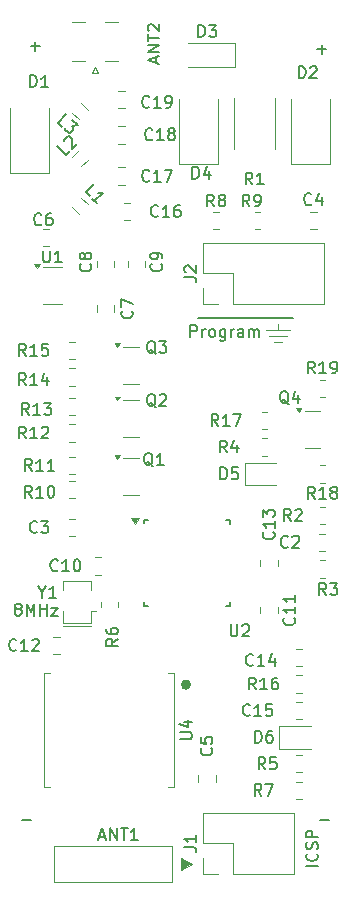
<source format=gbr>
%TF.GenerationSoftware,KiCad,Pcbnew,9.0.0*%
%TF.CreationDate,2025-03-01T12:53:57-06:00*%
%TF.ProjectId,ptSolar,7074536f-6c61-4722-9e6b-696361645f70,rev?*%
%TF.SameCoordinates,Original*%
%TF.FileFunction,Legend,Top*%
%TF.FilePolarity,Positive*%
%FSLAX46Y46*%
G04 Gerber Fmt 4.6, Leading zero omitted, Abs format (unit mm)*
G04 Created by KiCad (PCBNEW 9.0.0) date 2025-03-01 12:53:57*
%MOMM*%
%LPD*%
G01*
G04 APERTURE LIST*
%ADD10C,0.150000*%
%ADD11C,0.100000*%
%ADD12C,0.200000*%
%ADD13C,0.120000*%
%ADD14C,0.450000*%
G04 APERTURE END LIST*
D10*
X153336779Y-94869819D02*
X153336779Y-93869819D01*
X153336779Y-93869819D02*
X153717731Y-93869819D01*
X153717731Y-93869819D02*
X153812969Y-93917438D01*
X153812969Y-93917438D02*
X153860588Y-93965057D01*
X153860588Y-93965057D02*
X153908207Y-94060295D01*
X153908207Y-94060295D02*
X153908207Y-94203152D01*
X153908207Y-94203152D02*
X153860588Y-94298390D01*
X153860588Y-94298390D02*
X153812969Y-94346009D01*
X153812969Y-94346009D02*
X153717731Y-94393628D01*
X153717731Y-94393628D02*
X153336779Y-94393628D01*
X154336779Y-94869819D02*
X154336779Y-94203152D01*
X154336779Y-94393628D02*
X154384398Y-94298390D01*
X154384398Y-94298390D02*
X154432017Y-94250771D01*
X154432017Y-94250771D02*
X154527255Y-94203152D01*
X154527255Y-94203152D02*
X154622493Y-94203152D01*
X155098684Y-94869819D02*
X155003446Y-94822200D01*
X155003446Y-94822200D02*
X154955827Y-94774580D01*
X154955827Y-94774580D02*
X154908208Y-94679342D01*
X154908208Y-94679342D02*
X154908208Y-94393628D01*
X154908208Y-94393628D02*
X154955827Y-94298390D01*
X154955827Y-94298390D02*
X155003446Y-94250771D01*
X155003446Y-94250771D02*
X155098684Y-94203152D01*
X155098684Y-94203152D02*
X155241541Y-94203152D01*
X155241541Y-94203152D02*
X155336779Y-94250771D01*
X155336779Y-94250771D02*
X155384398Y-94298390D01*
X155384398Y-94298390D02*
X155432017Y-94393628D01*
X155432017Y-94393628D02*
X155432017Y-94679342D01*
X155432017Y-94679342D02*
X155384398Y-94774580D01*
X155384398Y-94774580D02*
X155336779Y-94822200D01*
X155336779Y-94822200D02*
X155241541Y-94869819D01*
X155241541Y-94869819D02*
X155098684Y-94869819D01*
X156289160Y-94203152D02*
X156289160Y-95012676D01*
X156289160Y-95012676D02*
X156241541Y-95107914D01*
X156241541Y-95107914D02*
X156193922Y-95155533D01*
X156193922Y-95155533D02*
X156098684Y-95203152D01*
X156098684Y-95203152D02*
X155955827Y-95203152D01*
X155955827Y-95203152D02*
X155860589Y-95155533D01*
X156289160Y-94822200D02*
X156193922Y-94869819D01*
X156193922Y-94869819D02*
X156003446Y-94869819D01*
X156003446Y-94869819D02*
X155908208Y-94822200D01*
X155908208Y-94822200D02*
X155860589Y-94774580D01*
X155860589Y-94774580D02*
X155812970Y-94679342D01*
X155812970Y-94679342D02*
X155812970Y-94393628D01*
X155812970Y-94393628D02*
X155860589Y-94298390D01*
X155860589Y-94298390D02*
X155908208Y-94250771D01*
X155908208Y-94250771D02*
X156003446Y-94203152D01*
X156003446Y-94203152D02*
X156193922Y-94203152D01*
X156193922Y-94203152D02*
X156289160Y-94250771D01*
X156765351Y-94869819D02*
X156765351Y-94203152D01*
X156765351Y-94393628D02*
X156812970Y-94298390D01*
X156812970Y-94298390D02*
X156860589Y-94250771D01*
X156860589Y-94250771D02*
X156955827Y-94203152D01*
X156955827Y-94203152D02*
X157051065Y-94203152D01*
X157812970Y-94869819D02*
X157812970Y-94346009D01*
X157812970Y-94346009D02*
X157765351Y-94250771D01*
X157765351Y-94250771D02*
X157670113Y-94203152D01*
X157670113Y-94203152D02*
X157479637Y-94203152D01*
X157479637Y-94203152D02*
X157384399Y-94250771D01*
X157812970Y-94822200D02*
X157717732Y-94869819D01*
X157717732Y-94869819D02*
X157479637Y-94869819D01*
X157479637Y-94869819D02*
X157384399Y-94822200D01*
X157384399Y-94822200D02*
X157336780Y-94726961D01*
X157336780Y-94726961D02*
X157336780Y-94631723D01*
X157336780Y-94631723D02*
X157384399Y-94536485D01*
X157384399Y-94536485D02*
X157479637Y-94488866D01*
X157479637Y-94488866D02*
X157717732Y-94488866D01*
X157717732Y-94488866D02*
X157812970Y-94441247D01*
X158289161Y-94869819D02*
X158289161Y-94203152D01*
X158289161Y-94298390D02*
X158336780Y-94250771D01*
X158336780Y-94250771D02*
X158432018Y-94203152D01*
X158432018Y-94203152D02*
X158574875Y-94203152D01*
X158574875Y-94203152D02*
X158670113Y-94250771D01*
X158670113Y-94250771D02*
X158717732Y-94346009D01*
X158717732Y-94346009D02*
X158717732Y-94869819D01*
X158717732Y-94346009D02*
X158765351Y-94250771D01*
X158765351Y-94250771D02*
X158860589Y-94203152D01*
X158860589Y-94203152D02*
X159003446Y-94203152D01*
X159003446Y-94203152D02*
X159098685Y-94250771D01*
X159098685Y-94250771D02*
X159146304Y-94346009D01*
X159146304Y-94346009D02*
X159146304Y-94869819D01*
D11*
X153500000Y-139500000D02*
X152500000Y-140000000D01*
X152500000Y-139000000D01*
X153500000Y-139500000D01*
G36*
X153500000Y-139500000D02*
G01*
X152500000Y-140000000D01*
X152500000Y-139000000D01*
X153500000Y-139500000D01*
G37*
X160375000Y-95250000D02*
X161125000Y-95250000D01*
X160000000Y-94750000D02*
X161500000Y-94750000D01*
X160750000Y-94250000D02*
X159750000Y-94250000D01*
X160750000Y-94250000D02*
X161750000Y-94250000D01*
X160750000Y-93750000D02*
X160750000Y-94250000D01*
D12*
X154000000Y-93250000D02*
X162000000Y-93250000D01*
D10*
X164119819Y-139663220D02*
X163119819Y-139663220D01*
X164024580Y-138615602D02*
X164072200Y-138663221D01*
X164072200Y-138663221D02*
X164119819Y-138806078D01*
X164119819Y-138806078D02*
X164119819Y-138901316D01*
X164119819Y-138901316D02*
X164072200Y-139044173D01*
X164072200Y-139044173D02*
X163976961Y-139139411D01*
X163976961Y-139139411D02*
X163881723Y-139187030D01*
X163881723Y-139187030D02*
X163691247Y-139234649D01*
X163691247Y-139234649D02*
X163548390Y-139234649D01*
X163548390Y-139234649D02*
X163357914Y-139187030D01*
X163357914Y-139187030D02*
X163262676Y-139139411D01*
X163262676Y-139139411D02*
X163167438Y-139044173D01*
X163167438Y-139044173D02*
X163119819Y-138901316D01*
X163119819Y-138901316D02*
X163119819Y-138806078D01*
X163119819Y-138806078D02*
X163167438Y-138663221D01*
X163167438Y-138663221D02*
X163215057Y-138615602D01*
X164072200Y-138234649D02*
X164119819Y-138091792D01*
X164119819Y-138091792D02*
X164119819Y-137853697D01*
X164119819Y-137853697D02*
X164072200Y-137758459D01*
X164072200Y-137758459D02*
X164024580Y-137710840D01*
X164024580Y-137710840D02*
X163929342Y-137663221D01*
X163929342Y-137663221D02*
X163834104Y-137663221D01*
X163834104Y-137663221D02*
X163738866Y-137710840D01*
X163738866Y-137710840D02*
X163691247Y-137758459D01*
X163691247Y-137758459D02*
X163643628Y-137853697D01*
X163643628Y-137853697D02*
X163596009Y-138044173D01*
X163596009Y-138044173D02*
X163548390Y-138139411D01*
X163548390Y-138139411D02*
X163500771Y-138187030D01*
X163500771Y-138187030D02*
X163405533Y-138234649D01*
X163405533Y-138234649D02*
X163310295Y-138234649D01*
X163310295Y-138234649D02*
X163215057Y-138187030D01*
X163215057Y-138187030D02*
X163167438Y-138139411D01*
X163167438Y-138139411D02*
X163119819Y-138044173D01*
X163119819Y-138044173D02*
X163119819Y-137806078D01*
X163119819Y-137806078D02*
X163167438Y-137663221D01*
X164119819Y-137234649D02*
X163119819Y-137234649D01*
X163119819Y-137234649D02*
X163119819Y-136853697D01*
X163119819Y-136853697D02*
X163167438Y-136758459D01*
X163167438Y-136758459D02*
X163215057Y-136710840D01*
X163215057Y-136710840D02*
X163310295Y-136663221D01*
X163310295Y-136663221D02*
X163453152Y-136663221D01*
X163453152Y-136663221D02*
X163548390Y-136710840D01*
X163548390Y-136710840D02*
X163596009Y-136758459D01*
X163596009Y-136758459D02*
X163643628Y-136853697D01*
X163643628Y-136853697D02*
X163643628Y-137234649D01*
X139086779Y-135738866D02*
X139848684Y-135738866D01*
X139836779Y-70238866D02*
X140598684Y-70238866D01*
X140217731Y-70619819D02*
X140217731Y-69857914D01*
X145630952Y-137169104D02*
X146107142Y-137169104D01*
X145535714Y-137454819D02*
X145869047Y-136454819D01*
X145869047Y-136454819D02*
X146202380Y-137454819D01*
X146535714Y-137454819D02*
X146535714Y-136454819D01*
X146535714Y-136454819D02*
X147107142Y-137454819D01*
X147107142Y-137454819D02*
X147107142Y-136454819D01*
X147440476Y-136454819D02*
X148011904Y-136454819D01*
X147726190Y-137454819D02*
X147726190Y-136454819D01*
X148869047Y-137454819D02*
X148297619Y-137454819D01*
X148583333Y-137454819D02*
X148583333Y-136454819D01*
X148583333Y-136454819D02*
X148488095Y-136597676D01*
X148488095Y-136597676D02*
X148392857Y-136692914D01*
X148392857Y-136692914D02*
X148297619Y-136740533D01*
X155694642Y-102411069D02*
X155361309Y-101934878D01*
X155123214Y-102411069D02*
X155123214Y-101411069D01*
X155123214Y-101411069D02*
X155504166Y-101411069D01*
X155504166Y-101411069D02*
X155599404Y-101458688D01*
X155599404Y-101458688D02*
X155647023Y-101506307D01*
X155647023Y-101506307D02*
X155694642Y-101601545D01*
X155694642Y-101601545D02*
X155694642Y-101744402D01*
X155694642Y-101744402D02*
X155647023Y-101839640D01*
X155647023Y-101839640D02*
X155599404Y-101887259D01*
X155599404Y-101887259D02*
X155504166Y-101934878D01*
X155504166Y-101934878D02*
X155123214Y-101934878D01*
X156647023Y-102411069D02*
X156075595Y-102411069D01*
X156361309Y-102411069D02*
X156361309Y-101411069D01*
X156361309Y-101411069D02*
X156266071Y-101553926D01*
X156266071Y-101553926D02*
X156170833Y-101649164D01*
X156170833Y-101649164D02*
X156075595Y-101696783D01*
X156980357Y-101411069D02*
X157647023Y-101411069D01*
X157647023Y-101411069D02*
X157218452Y-102411069D01*
X159353333Y-133704819D02*
X159020000Y-133228628D01*
X158781905Y-133704819D02*
X158781905Y-132704819D01*
X158781905Y-132704819D02*
X159162857Y-132704819D01*
X159162857Y-132704819D02*
X159258095Y-132752438D01*
X159258095Y-132752438D02*
X159305714Y-132800057D01*
X159305714Y-132800057D02*
X159353333Y-132895295D01*
X159353333Y-132895295D02*
X159353333Y-133038152D01*
X159353333Y-133038152D02*
X159305714Y-133133390D01*
X159305714Y-133133390D02*
X159258095Y-133181009D01*
X159258095Y-133181009D02*
X159162857Y-133228628D01*
X159162857Y-133228628D02*
X158781905Y-133228628D01*
X159686667Y-132704819D02*
X160353333Y-132704819D01*
X160353333Y-132704819D02*
X159924762Y-133704819D01*
X139405616Y-103456345D02*
X139072283Y-102980154D01*
X138834188Y-103456345D02*
X138834188Y-102456345D01*
X138834188Y-102456345D02*
X139215140Y-102456345D01*
X139215140Y-102456345D02*
X139310378Y-102503964D01*
X139310378Y-102503964D02*
X139357997Y-102551583D01*
X139357997Y-102551583D02*
X139405616Y-102646821D01*
X139405616Y-102646821D02*
X139405616Y-102789678D01*
X139405616Y-102789678D02*
X139357997Y-102884916D01*
X139357997Y-102884916D02*
X139310378Y-102932535D01*
X139310378Y-102932535D02*
X139215140Y-102980154D01*
X139215140Y-102980154D02*
X138834188Y-102980154D01*
X140357997Y-103456345D02*
X139786569Y-103456345D01*
X140072283Y-103456345D02*
X140072283Y-102456345D01*
X140072283Y-102456345D02*
X139977045Y-102599202D01*
X139977045Y-102599202D02*
X139881807Y-102694440D01*
X139881807Y-102694440D02*
X139786569Y-102742059D01*
X140738950Y-102551583D02*
X140786569Y-102503964D01*
X140786569Y-102503964D02*
X140881807Y-102456345D01*
X140881807Y-102456345D02*
X141119902Y-102456345D01*
X141119902Y-102456345D02*
X141215140Y-102503964D01*
X141215140Y-102503964D02*
X141262759Y-102551583D01*
X141262759Y-102551583D02*
X141310378Y-102646821D01*
X141310378Y-102646821D02*
X141310378Y-102742059D01*
X141310378Y-102742059D02*
X141262759Y-102884916D01*
X141262759Y-102884916D02*
X140691331Y-103456345D01*
X140691331Y-103456345D02*
X141310378Y-103456345D01*
X148359580Y-92666666D02*
X148407200Y-92714285D01*
X148407200Y-92714285D02*
X148454819Y-92857142D01*
X148454819Y-92857142D02*
X148454819Y-92952380D01*
X148454819Y-92952380D02*
X148407200Y-93095237D01*
X148407200Y-93095237D02*
X148311961Y-93190475D01*
X148311961Y-93190475D02*
X148216723Y-93238094D01*
X148216723Y-93238094D02*
X148026247Y-93285713D01*
X148026247Y-93285713D02*
X147883390Y-93285713D01*
X147883390Y-93285713D02*
X147692914Y-93238094D01*
X147692914Y-93238094D02*
X147597676Y-93190475D01*
X147597676Y-93190475D02*
X147502438Y-93095237D01*
X147502438Y-93095237D02*
X147454819Y-92952380D01*
X147454819Y-92952380D02*
X147454819Y-92857142D01*
X147454819Y-92857142D02*
X147502438Y-92714285D01*
X147502438Y-92714285D02*
X147550057Y-92666666D01*
X147454819Y-92333332D02*
X147454819Y-91666666D01*
X147454819Y-91666666D02*
X148454819Y-92095237D01*
X155869405Y-106911069D02*
X155869405Y-105911069D01*
X155869405Y-105911069D02*
X156107500Y-105911069D01*
X156107500Y-105911069D02*
X156250357Y-105958688D01*
X156250357Y-105958688D02*
X156345595Y-106053926D01*
X156345595Y-106053926D02*
X156393214Y-106149164D01*
X156393214Y-106149164D02*
X156440833Y-106339640D01*
X156440833Y-106339640D02*
X156440833Y-106482497D01*
X156440833Y-106482497D02*
X156393214Y-106672973D01*
X156393214Y-106672973D02*
X156345595Y-106768211D01*
X156345595Y-106768211D02*
X156250357Y-106863450D01*
X156250357Y-106863450D02*
X156107500Y-106911069D01*
X156107500Y-106911069D02*
X155869405Y-106911069D01*
X157345595Y-105911069D02*
X156869405Y-105911069D01*
X156869405Y-105911069D02*
X156821786Y-106387259D01*
X156821786Y-106387259D02*
X156869405Y-106339640D01*
X156869405Y-106339640D02*
X156964643Y-106292021D01*
X156964643Y-106292021D02*
X157202738Y-106292021D01*
X157202738Y-106292021D02*
X157297976Y-106339640D01*
X157297976Y-106339640D02*
X157345595Y-106387259D01*
X157345595Y-106387259D02*
X157393214Y-106482497D01*
X157393214Y-106482497D02*
X157393214Y-106720592D01*
X157393214Y-106720592D02*
X157345595Y-106815830D01*
X157345595Y-106815830D02*
X157297976Y-106863450D01*
X157297976Y-106863450D02*
X157202738Y-106911069D01*
X157202738Y-106911069D02*
X156964643Y-106911069D01*
X156964643Y-106911069D02*
X156869405Y-106863450D01*
X156869405Y-106863450D02*
X156821786Y-106815830D01*
X158583333Y-81954819D02*
X158250000Y-81478628D01*
X158011905Y-81954819D02*
X158011905Y-80954819D01*
X158011905Y-80954819D02*
X158392857Y-80954819D01*
X158392857Y-80954819D02*
X158488095Y-81002438D01*
X158488095Y-81002438D02*
X158535714Y-81050057D01*
X158535714Y-81050057D02*
X158583333Y-81145295D01*
X158583333Y-81145295D02*
X158583333Y-81288152D01*
X158583333Y-81288152D02*
X158535714Y-81383390D01*
X158535714Y-81383390D02*
X158488095Y-81431009D01*
X158488095Y-81431009D02*
X158392857Y-81478628D01*
X158392857Y-81478628D02*
X158011905Y-81478628D01*
X159535714Y-81954819D02*
X158964286Y-81954819D01*
X159250000Y-81954819D02*
X159250000Y-80954819D01*
X159250000Y-80954819D02*
X159154762Y-81097676D01*
X159154762Y-81097676D02*
X159059524Y-81192914D01*
X159059524Y-81192914D02*
X158964286Y-81240533D01*
X139905616Y-108457871D02*
X139572283Y-107981680D01*
X139334188Y-108457871D02*
X139334188Y-107457871D01*
X139334188Y-107457871D02*
X139715140Y-107457871D01*
X139715140Y-107457871D02*
X139810378Y-107505490D01*
X139810378Y-107505490D02*
X139857997Y-107553109D01*
X139857997Y-107553109D02*
X139905616Y-107648347D01*
X139905616Y-107648347D02*
X139905616Y-107791204D01*
X139905616Y-107791204D02*
X139857997Y-107886442D01*
X139857997Y-107886442D02*
X139810378Y-107934061D01*
X139810378Y-107934061D02*
X139715140Y-107981680D01*
X139715140Y-107981680D02*
X139334188Y-107981680D01*
X140857997Y-108457871D02*
X140286569Y-108457871D01*
X140572283Y-108457871D02*
X140572283Y-107457871D01*
X140572283Y-107457871D02*
X140477045Y-107600728D01*
X140477045Y-107600728D02*
X140381807Y-107695966D01*
X140381807Y-107695966D02*
X140286569Y-107743585D01*
X141477045Y-107457871D02*
X141572283Y-107457871D01*
X141572283Y-107457871D02*
X141667521Y-107505490D01*
X141667521Y-107505490D02*
X141715140Y-107553109D01*
X141715140Y-107553109D02*
X141762759Y-107648347D01*
X141762759Y-107648347D02*
X141810378Y-107838823D01*
X141810378Y-107838823D02*
X141810378Y-108076918D01*
X141810378Y-108076918D02*
X141762759Y-108267394D01*
X141762759Y-108267394D02*
X141715140Y-108362632D01*
X141715140Y-108362632D02*
X141667521Y-108410252D01*
X141667521Y-108410252D02*
X141572283Y-108457871D01*
X141572283Y-108457871D02*
X141477045Y-108457871D01*
X141477045Y-108457871D02*
X141381807Y-108410252D01*
X141381807Y-108410252D02*
X141334188Y-108362632D01*
X141334188Y-108362632D02*
X141286569Y-108267394D01*
X141286569Y-108267394D02*
X141238950Y-108076918D01*
X141238950Y-108076918D02*
X141238950Y-107838823D01*
X141238950Y-107838823D02*
X141286569Y-107648347D01*
X141286569Y-107648347D02*
X141334188Y-107553109D01*
X141334188Y-107553109D02*
X141381807Y-107505490D01*
X141381807Y-107505490D02*
X141477045Y-107457871D01*
X150607142Y-84609580D02*
X150559523Y-84657200D01*
X150559523Y-84657200D02*
X150416666Y-84704819D01*
X150416666Y-84704819D02*
X150321428Y-84704819D01*
X150321428Y-84704819D02*
X150178571Y-84657200D01*
X150178571Y-84657200D02*
X150083333Y-84561961D01*
X150083333Y-84561961D02*
X150035714Y-84466723D01*
X150035714Y-84466723D02*
X149988095Y-84276247D01*
X149988095Y-84276247D02*
X149988095Y-84133390D01*
X149988095Y-84133390D02*
X150035714Y-83942914D01*
X150035714Y-83942914D02*
X150083333Y-83847676D01*
X150083333Y-83847676D02*
X150178571Y-83752438D01*
X150178571Y-83752438D02*
X150321428Y-83704819D01*
X150321428Y-83704819D02*
X150416666Y-83704819D01*
X150416666Y-83704819D02*
X150559523Y-83752438D01*
X150559523Y-83752438D02*
X150607142Y-83800057D01*
X151559523Y-84704819D02*
X150988095Y-84704819D01*
X151273809Y-84704819D02*
X151273809Y-83704819D01*
X151273809Y-83704819D02*
X151178571Y-83847676D01*
X151178571Y-83847676D02*
X151083333Y-83942914D01*
X151083333Y-83942914D02*
X150988095Y-83990533D01*
X152416666Y-83704819D02*
X152226190Y-83704819D01*
X152226190Y-83704819D02*
X152130952Y-83752438D01*
X152130952Y-83752438D02*
X152083333Y-83800057D01*
X152083333Y-83800057D02*
X151988095Y-83942914D01*
X151988095Y-83942914D02*
X151940476Y-84133390D01*
X151940476Y-84133390D02*
X151940476Y-84514342D01*
X151940476Y-84514342D02*
X151988095Y-84609580D01*
X151988095Y-84609580D02*
X152035714Y-84657200D01*
X152035714Y-84657200D02*
X152130952Y-84704819D01*
X152130952Y-84704819D02*
X152321428Y-84704819D01*
X152321428Y-84704819D02*
X152416666Y-84657200D01*
X152416666Y-84657200D02*
X152464285Y-84609580D01*
X152464285Y-84609580D02*
X152511904Y-84514342D01*
X152511904Y-84514342D02*
X152511904Y-84276247D01*
X152511904Y-84276247D02*
X152464285Y-84181009D01*
X152464285Y-84181009D02*
X152416666Y-84133390D01*
X152416666Y-84133390D02*
X152321428Y-84085771D01*
X152321428Y-84085771D02*
X152130952Y-84085771D01*
X152130952Y-84085771D02*
X152035714Y-84133390D01*
X152035714Y-84133390D02*
X151988095Y-84181009D01*
X151988095Y-84181009D02*
X151940476Y-84276247D01*
X158647142Y-122609580D02*
X158599523Y-122657200D01*
X158599523Y-122657200D02*
X158456666Y-122704819D01*
X158456666Y-122704819D02*
X158361428Y-122704819D01*
X158361428Y-122704819D02*
X158218571Y-122657200D01*
X158218571Y-122657200D02*
X158123333Y-122561961D01*
X158123333Y-122561961D02*
X158075714Y-122466723D01*
X158075714Y-122466723D02*
X158028095Y-122276247D01*
X158028095Y-122276247D02*
X158028095Y-122133390D01*
X158028095Y-122133390D02*
X158075714Y-121942914D01*
X158075714Y-121942914D02*
X158123333Y-121847676D01*
X158123333Y-121847676D02*
X158218571Y-121752438D01*
X158218571Y-121752438D02*
X158361428Y-121704819D01*
X158361428Y-121704819D02*
X158456666Y-121704819D01*
X158456666Y-121704819D02*
X158599523Y-121752438D01*
X158599523Y-121752438D02*
X158647142Y-121800057D01*
X159599523Y-122704819D02*
X159028095Y-122704819D01*
X159313809Y-122704819D02*
X159313809Y-121704819D01*
X159313809Y-121704819D02*
X159218571Y-121847676D01*
X159218571Y-121847676D02*
X159123333Y-121942914D01*
X159123333Y-121942914D02*
X159028095Y-121990533D01*
X160456666Y-122038152D02*
X160456666Y-122704819D01*
X160218571Y-121657200D02*
X159980476Y-122371485D01*
X159980476Y-122371485D02*
X160599523Y-122371485D01*
X158333333Y-83804819D02*
X158000000Y-83328628D01*
X157761905Y-83804819D02*
X157761905Y-82804819D01*
X157761905Y-82804819D02*
X158142857Y-82804819D01*
X158142857Y-82804819D02*
X158238095Y-82852438D01*
X158238095Y-82852438D02*
X158285714Y-82900057D01*
X158285714Y-82900057D02*
X158333333Y-82995295D01*
X158333333Y-82995295D02*
X158333333Y-83138152D01*
X158333333Y-83138152D02*
X158285714Y-83233390D01*
X158285714Y-83233390D02*
X158238095Y-83281009D01*
X158238095Y-83281009D02*
X158142857Y-83328628D01*
X158142857Y-83328628D02*
X157761905Y-83328628D01*
X158809524Y-83804819D02*
X159000000Y-83804819D01*
X159000000Y-83804819D02*
X159095238Y-83757200D01*
X159095238Y-83757200D02*
X159142857Y-83709580D01*
X159142857Y-83709580D02*
X159238095Y-83566723D01*
X159238095Y-83566723D02*
X159285714Y-83376247D01*
X159285714Y-83376247D02*
X159285714Y-82995295D01*
X159285714Y-82995295D02*
X159238095Y-82900057D01*
X159238095Y-82900057D02*
X159190476Y-82852438D01*
X159190476Y-82852438D02*
X159095238Y-82804819D01*
X159095238Y-82804819D02*
X158904762Y-82804819D01*
X158904762Y-82804819D02*
X158809524Y-82852438D01*
X158809524Y-82852438D02*
X158761905Y-82900057D01*
X158761905Y-82900057D02*
X158714286Y-82995295D01*
X158714286Y-82995295D02*
X158714286Y-83233390D01*
X158714286Y-83233390D02*
X158761905Y-83328628D01*
X158761905Y-83328628D02*
X158809524Y-83376247D01*
X158809524Y-83376247D02*
X158904762Y-83423866D01*
X158904762Y-83423866D02*
X159095238Y-83423866D01*
X159095238Y-83423866D02*
X159190476Y-83376247D01*
X159190476Y-83376247D02*
X159238095Y-83328628D01*
X159238095Y-83328628D02*
X159285714Y-83233390D01*
X150404761Y-100800057D02*
X150309523Y-100752438D01*
X150309523Y-100752438D02*
X150214285Y-100657200D01*
X150214285Y-100657200D02*
X150071428Y-100514342D01*
X150071428Y-100514342D02*
X149976190Y-100466723D01*
X149976190Y-100466723D02*
X149880952Y-100466723D01*
X149928571Y-100704819D02*
X149833333Y-100657200D01*
X149833333Y-100657200D02*
X149738095Y-100561961D01*
X149738095Y-100561961D02*
X149690476Y-100371485D01*
X149690476Y-100371485D02*
X149690476Y-100038152D01*
X149690476Y-100038152D02*
X149738095Y-99847676D01*
X149738095Y-99847676D02*
X149833333Y-99752438D01*
X149833333Y-99752438D02*
X149928571Y-99704819D01*
X149928571Y-99704819D02*
X150119047Y-99704819D01*
X150119047Y-99704819D02*
X150214285Y-99752438D01*
X150214285Y-99752438D02*
X150309523Y-99847676D01*
X150309523Y-99847676D02*
X150357142Y-100038152D01*
X150357142Y-100038152D02*
X150357142Y-100371485D01*
X150357142Y-100371485D02*
X150309523Y-100561961D01*
X150309523Y-100561961D02*
X150214285Y-100657200D01*
X150214285Y-100657200D02*
X150119047Y-100704819D01*
X150119047Y-100704819D02*
X149928571Y-100704819D01*
X150738095Y-99800057D02*
X150785714Y-99752438D01*
X150785714Y-99752438D02*
X150880952Y-99704819D01*
X150880952Y-99704819D02*
X151119047Y-99704819D01*
X151119047Y-99704819D02*
X151214285Y-99752438D01*
X151214285Y-99752438D02*
X151261904Y-99800057D01*
X151261904Y-99800057D02*
X151309523Y-99895295D01*
X151309523Y-99895295D02*
X151309523Y-99990533D01*
X151309523Y-99990533D02*
X151261904Y-100133390D01*
X151261904Y-100133390D02*
X150690476Y-100704819D01*
X150690476Y-100704819D02*
X151309523Y-100704819D01*
X156738095Y-119204819D02*
X156738095Y-120014342D01*
X156738095Y-120014342D02*
X156785714Y-120109580D01*
X156785714Y-120109580D02*
X156833333Y-120157200D01*
X156833333Y-120157200D02*
X156928571Y-120204819D01*
X156928571Y-120204819D02*
X157119047Y-120204819D01*
X157119047Y-120204819D02*
X157214285Y-120157200D01*
X157214285Y-120157200D02*
X157261904Y-120109580D01*
X157261904Y-120109580D02*
X157309523Y-120014342D01*
X157309523Y-120014342D02*
X157309523Y-119204819D01*
X157738095Y-119300057D02*
X157785714Y-119252438D01*
X157785714Y-119252438D02*
X157880952Y-119204819D01*
X157880952Y-119204819D02*
X158119047Y-119204819D01*
X158119047Y-119204819D02*
X158214285Y-119252438D01*
X158214285Y-119252438D02*
X158261904Y-119300057D01*
X158261904Y-119300057D02*
X158309523Y-119395295D01*
X158309523Y-119395295D02*
X158309523Y-119490533D01*
X158309523Y-119490533D02*
X158261904Y-119633390D01*
X158261904Y-119633390D02*
X157690476Y-120204819D01*
X157690476Y-120204819D02*
X158309523Y-120204819D01*
X139905616Y-106207871D02*
X139572283Y-105731680D01*
X139334188Y-106207871D02*
X139334188Y-105207871D01*
X139334188Y-105207871D02*
X139715140Y-105207871D01*
X139715140Y-105207871D02*
X139810378Y-105255490D01*
X139810378Y-105255490D02*
X139857997Y-105303109D01*
X139857997Y-105303109D02*
X139905616Y-105398347D01*
X139905616Y-105398347D02*
X139905616Y-105541204D01*
X139905616Y-105541204D02*
X139857997Y-105636442D01*
X139857997Y-105636442D02*
X139810378Y-105684061D01*
X139810378Y-105684061D02*
X139715140Y-105731680D01*
X139715140Y-105731680D02*
X139334188Y-105731680D01*
X140857997Y-106207871D02*
X140286569Y-106207871D01*
X140572283Y-106207871D02*
X140572283Y-105207871D01*
X140572283Y-105207871D02*
X140477045Y-105350728D01*
X140477045Y-105350728D02*
X140381807Y-105445966D01*
X140381807Y-105445966D02*
X140286569Y-105493585D01*
X141810378Y-106207871D02*
X141238950Y-106207871D01*
X141524664Y-106207871D02*
X141524664Y-105207871D01*
X141524664Y-105207871D02*
X141429426Y-105350728D01*
X141429426Y-105350728D02*
X141334188Y-105445966D01*
X141334188Y-105445966D02*
X141238950Y-105493585D01*
X140863095Y-87554819D02*
X140863095Y-88364342D01*
X140863095Y-88364342D02*
X140910714Y-88459580D01*
X140910714Y-88459580D02*
X140958333Y-88507200D01*
X140958333Y-88507200D02*
X141053571Y-88554819D01*
X141053571Y-88554819D02*
X141244047Y-88554819D01*
X141244047Y-88554819D02*
X141339285Y-88507200D01*
X141339285Y-88507200D02*
X141386904Y-88459580D01*
X141386904Y-88459580D02*
X141434523Y-88364342D01*
X141434523Y-88364342D02*
X141434523Y-87554819D01*
X142434523Y-88554819D02*
X141863095Y-88554819D01*
X142148809Y-88554819D02*
X142148809Y-87554819D01*
X142148809Y-87554819D02*
X142053571Y-87697676D01*
X142053571Y-87697676D02*
X141958333Y-87792914D01*
X141958333Y-87792914D02*
X141863095Y-87840533D01*
X161583333Y-112609580D02*
X161535714Y-112657200D01*
X161535714Y-112657200D02*
X161392857Y-112704819D01*
X161392857Y-112704819D02*
X161297619Y-112704819D01*
X161297619Y-112704819D02*
X161154762Y-112657200D01*
X161154762Y-112657200D02*
X161059524Y-112561961D01*
X161059524Y-112561961D02*
X161011905Y-112466723D01*
X161011905Y-112466723D02*
X160964286Y-112276247D01*
X160964286Y-112276247D02*
X160964286Y-112133390D01*
X160964286Y-112133390D02*
X161011905Y-111942914D01*
X161011905Y-111942914D02*
X161059524Y-111847676D01*
X161059524Y-111847676D02*
X161154762Y-111752438D01*
X161154762Y-111752438D02*
X161297619Y-111704819D01*
X161297619Y-111704819D02*
X161392857Y-111704819D01*
X161392857Y-111704819D02*
X161535714Y-111752438D01*
X161535714Y-111752438D02*
X161583333Y-111800057D01*
X161964286Y-111800057D02*
X162011905Y-111752438D01*
X162011905Y-111752438D02*
X162107143Y-111704819D01*
X162107143Y-111704819D02*
X162345238Y-111704819D01*
X162345238Y-111704819D02*
X162440476Y-111752438D01*
X162440476Y-111752438D02*
X162488095Y-111800057D01*
X162488095Y-111800057D02*
X162535714Y-111895295D01*
X162535714Y-111895295D02*
X162535714Y-111990533D01*
X162535714Y-111990533D02*
X162488095Y-112133390D01*
X162488095Y-112133390D02*
X161916667Y-112704819D01*
X161916667Y-112704819D02*
X162535714Y-112704819D01*
X162109580Y-118642857D02*
X162157200Y-118690476D01*
X162157200Y-118690476D02*
X162204819Y-118833333D01*
X162204819Y-118833333D02*
X162204819Y-118928571D01*
X162204819Y-118928571D02*
X162157200Y-119071428D01*
X162157200Y-119071428D02*
X162061961Y-119166666D01*
X162061961Y-119166666D02*
X161966723Y-119214285D01*
X161966723Y-119214285D02*
X161776247Y-119261904D01*
X161776247Y-119261904D02*
X161633390Y-119261904D01*
X161633390Y-119261904D02*
X161442914Y-119214285D01*
X161442914Y-119214285D02*
X161347676Y-119166666D01*
X161347676Y-119166666D02*
X161252438Y-119071428D01*
X161252438Y-119071428D02*
X161204819Y-118928571D01*
X161204819Y-118928571D02*
X161204819Y-118833333D01*
X161204819Y-118833333D02*
X161252438Y-118690476D01*
X161252438Y-118690476D02*
X161300057Y-118642857D01*
X162204819Y-117690476D02*
X162204819Y-118261904D01*
X162204819Y-117976190D02*
X161204819Y-117976190D01*
X161204819Y-117976190D02*
X161347676Y-118071428D01*
X161347676Y-118071428D02*
X161442914Y-118166666D01*
X161442914Y-118166666D02*
X161490533Y-118261904D01*
X162204819Y-116738095D02*
X162204819Y-117309523D01*
X162204819Y-117023809D02*
X161204819Y-117023809D01*
X161204819Y-117023809D02*
X161347676Y-117119047D01*
X161347676Y-117119047D02*
X161442914Y-117214285D01*
X161442914Y-117214285D02*
X161490533Y-117309523D01*
X154011905Y-69454819D02*
X154011905Y-68454819D01*
X154011905Y-68454819D02*
X154250000Y-68454819D01*
X154250000Y-68454819D02*
X154392857Y-68502438D01*
X154392857Y-68502438D02*
X154488095Y-68597676D01*
X154488095Y-68597676D02*
X154535714Y-68692914D01*
X154535714Y-68692914D02*
X154583333Y-68883390D01*
X154583333Y-68883390D02*
X154583333Y-69026247D01*
X154583333Y-69026247D02*
X154535714Y-69216723D01*
X154535714Y-69216723D02*
X154488095Y-69311961D01*
X154488095Y-69311961D02*
X154392857Y-69407200D01*
X154392857Y-69407200D02*
X154250000Y-69454819D01*
X154250000Y-69454819D02*
X154011905Y-69454819D01*
X154916667Y-68454819D02*
X155535714Y-68454819D01*
X155535714Y-68454819D02*
X155202381Y-68835771D01*
X155202381Y-68835771D02*
X155345238Y-68835771D01*
X155345238Y-68835771D02*
X155440476Y-68883390D01*
X155440476Y-68883390D02*
X155488095Y-68931009D01*
X155488095Y-68931009D02*
X155535714Y-69026247D01*
X155535714Y-69026247D02*
X155535714Y-69264342D01*
X155535714Y-69264342D02*
X155488095Y-69359580D01*
X155488095Y-69359580D02*
X155440476Y-69407200D01*
X155440476Y-69407200D02*
X155345238Y-69454819D01*
X155345238Y-69454819D02*
X155059524Y-69454819D01*
X155059524Y-69454819D02*
X154964286Y-69407200D01*
X154964286Y-69407200D02*
X154916667Y-69359580D01*
X155109580Y-129666666D02*
X155157200Y-129714285D01*
X155157200Y-129714285D02*
X155204819Y-129857142D01*
X155204819Y-129857142D02*
X155204819Y-129952380D01*
X155204819Y-129952380D02*
X155157200Y-130095237D01*
X155157200Y-130095237D02*
X155061961Y-130190475D01*
X155061961Y-130190475D02*
X154966723Y-130238094D01*
X154966723Y-130238094D02*
X154776247Y-130285713D01*
X154776247Y-130285713D02*
X154633390Y-130285713D01*
X154633390Y-130285713D02*
X154442914Y-130238094D01*
X154442914Y-130238094D02*
X154347676Y-130190475D01*
X154347676Y-130190475D02*
X154252438Y-130095237D01*
X154252438Y-130095237D02*
X154204819Y-129952380D01*
X154204819Y-129952380D02*
X154204819Y-129857142D01*
X154204819Y-129857142D02*
X154252438Y-129714285D01*
X154252438Y-129714285D02*
X154300057Y-129666666D01*
X154204819Y-128761904D02*
X154204819Y-129238094D01*
X154204819Y-129238094D02*
X154681009Y-129285713D01*
X154681009Y-129285713D02*
X154633390Y-129238094D01*
X154633390Y-129238094D02*
X154585771Y-129142856D01*
X154585771Y-129142856D02*
X154585771Y-128904761D01*
X154585771Y-128904761D02*
X154633390Y-128809523D01*
X154633390Y-128809523D02*
X154681009Y-128761904D01*
X154681009Y-128761904D02*
X154776247Y-128714285D01*
X154776247Y-128714285D02*
X155014342Y-128714285D01*
X155014342Y-128714285D02*
X155109580Y-128761904D01*
X155109580Y-128761904D02*
X155157200Y-128809523D01*
X155157200Y-128809523D02*
X155204819Y-128904761D01*
X155204819Y-128904761D02*
X155204819Y-129142856D01*
X155204819Y-129142856D02*
X155157200Y-129238094D01*
X155157200Y-129238094D02*
X155109580Y-129285713D01*
X142107142Y-114609580D02*
X142059523Y-114657200D01*
X142059523Y-114657200D02*
X141916666Y-114704819D01*
X141916666Y-114704819D02*
X141821428Y-114704819D01*
X141821428Y-114704819D02*
X141678571Y-114657200D01*
X141678571Y-114657200D02*
X141583333Y-114561961D01*
X141583333Y-114561961D02*
X141535714Y-114466723D01*
X141535714Y-114466723D02*
X141488095Y-114276247D01*
X141488095Y-114276247D02*
X141488095Y-114133390D01*
X141488095Y-114133390D02*
X141535714Y-113942914D01*
X141535714Y-113942914D02*
X141583333Y-113847676D01*
X141583333Y-113847676D02*
X141678571Y-113752438D01*
X141678571Y-113752438D02*
X141821428Y-113704819D01*
X141821428Y-113704819D02*
X141916666Y-113704819D01*
X141916666Y-113704819D02*
X142059523Y-113752438D01*
X142059523Y-113752438D02*
X142107142Y-113800057D01*
X143059523Y-114704819D02*
X142488095Y-114704819D01*
X142773809Y-114704819D02*
X142773809Y-113704819D01*
X142773809Y-113704819D02*
X142678571Y-113847676D01*
X142678571Y-113847676D02*
X142583333Y-113942914D01*
X142583333Y-113942914D02*
X142488095Y-113990533D01*
X143678571Y-113704819D02*
X143773809Y-113704819D01*
X143773809Y-113704819D02*
X143869047Y-113752438D01*
X143869047Y-113752438D02*
X143916666Y-113800057D01*
X143916666Y-113800057D02*
X143964285Y-113895295D01*
X143964285Y-113895295D02*
X144011904Y-114085771D01*
X144011904Y-114085771D02*
X144011904Y-114323866D01*
X144011904Y-114323866D02*
X143964285Y-114514342D01*
X143964285Y-114514342D02*
X143916666Y-114609580D01*
X143916666Y-114609580D02*
X143869047Y-114657200D01*
X143869047Y-114657200D02*
X143773809Y-114704819D01*
X143773809Y-114704819D02*
X143678571Y-114704819D01*
X143678571Y-114704819D02*
X143583333Y-114657200D01*
X143583333Y-114657200D02*
X143535714Y-114609580D01*
X143535714Y-114609580D02*
X143488095Y-114514342D01*
X143488095Y-114514342D02*
X143440476Y-114323866D01*
X143440476Y-114323866D02*
X143440476Y-114085771D01*
X143440476Y-114085771D02*
X143488095Y-113895295D01*
X143488095Y-113895295D02*
X143535714Y-113800057D01*
X143535714Y-113800057D02*
X143583333Y-113752438D01*
X143583333Y-113752438D02*
X143678571Y-113704819D01*
X161833333Y-110454819D02*
X161500000Y-109978628D01*
X161261905Y-110454819D02*
X161261905Y-109454819D01*
X161261905Y-109454819D02*
X161642857Y-109454819D01*
X161642857Y-109454819D02*
X161738095Y-109502438D01*
X161738095Y-109502438D02*
X161785714Y-109550057D01*
X161785714Y-109550057D02*
X161833333Y-109645295D01*
X161833333Y-109645295D02*
X161833333Y-109788152D01*
X161833333Y-109788152D02*
X161785714Y-109883390D01*
X161785714Y-109883390D02*
X161738095Y-109931009D01*
X161738095Y-109931009D02*
X161642857Y-109978628D01*
X161642857Y-109978628D02*
X161261905Y-109978628D01*
X162214286Y-109550057D02*
X162261905Y-109502438D01*
X162261905Y-109502438D02*
X162357143Y-109454819D01*
X162357143Y-109454819D02*
X162595238Y-109454819D01*
X162595238Y-109454819D02*
X162690476Y-109502438D01*
X162690476Y-109502438D02*
X162738095Y-109550057D01*
X162738095Y-109550057D02*
X162785714Y-109645295D01*
X162785714Y-109645295D02*
X162785714Y-109740533D01*
X162785714Y-109740533D02*
X162738095Y-109883390D01*
X162738095Y-109883390D02*
X162166667Y-110454819D01*
X162166667Y-110454819D02*
X162785714Y-110454819D01*
X144859580Y-88666666D02*
X144907200Y-88714285D01*
X144907200Y-88714285D02*
X144954819Y-88857142D01*
X144954819Y-88857142D02*
X144954819Y-88952380D01*
X144954819Y-88952380D02*
X144907200Y-89095237D01*
X144907200Y-89095237D02*
X144811961Y-89190475D01*
X144811961Y-89190475D02*
X144716723Y-89238094D01*
X144716723Y-89238094D02*
X144526247Y-89285713D01*
X144526247Y-89285713D02*
X144383390Y-89285713D01*
X144383390Y-89285713D02*
X144192914Y-89238094D01*
X144192914Y-89238094D02*
X144097676Y-89190475D01*
X144097676Y-89190475D02*
X144002438Y-89095237D01*
X144002438Y-89095237D02*
X143954819Y-88952380D01*
X143954819Y-88952380D02*
X143954819Y-88857142D01*
X143954819Y-88857142D02*
X144002438Y-88714285D01*
X144002438Y-88714285D02*
X144050057Y-88666666D01*
X144383390Y-88095237D02*
X144335771Y-88190475D01*
X144335771Y-88190475D02*
X144288152Y-88238094D01*
X144288152Y-88238094D02*
X144192914Y-88285713D01*
X144192914Y-88285713D02*
X144145295Y-88285713D01*
X144145295Y-88285713D02*
X144050057Y-88238094D01*
X144050057Y-88238094D02*
X144002438Y-88190475D01*
X144002438Y-88190475D02*
X143954819Y-88095237D01*
X143954819Y-88095237D02*
X143954819Y-87904761D01*
X143954819Y-87904761D02*
X144002438Y-87809523D01*
X144002438Y-87809523D02*
X144050057Y-87761904D01*
X144050057Y-87761904D02*
X144145295Y-87714285D01*
X144145295Y-87714285D02*
X144192914Y-87714285D01*
X144192914Y-87714285D02*
X144288152Y-87761904D01*
X144288152Y-87761904D02*
X144335771Y-87809523D01*
X144335771Y-87809523D02*
X144383390Y-87904761D01*
X144383390Y-87904761D02*
X144383390Y-88095237D01*
X144383390Y-88095237D02*
X144431009Y-88190475D01*
X144431009Y-88190475D02*
X144478628Y-88238094D01*
X144478628Y-88238094D02*
X144573866Y-88285713D01*
X144573866Y-88285713D02*
X144764342Y-88285713D01*
X144764342Y-88285713D02*
X144859580Y-88238094D01*
X144859580Y-88238094D02*
X144907200Y-88190475D01*
X144907200Y-88190475D02*
X144954819Y-88095237D01*
X144954819Y-88095237D02*
X144954819Y-87904761D01*
X144954819Y-87904761D02*
X144907200Y-87809523D01*
X144907200Y-87809523D02*
X144859580Y-87761904D01*
X144859580Y-87761904D02*
X144764342Y-87714285D01*
X144764342Y-87714285D02*
X144573866Y-87714285D01*
X144573866Y-87714285D02*
X144478628Y-87761904D01*
X144478628Y-87761904D02*
X144431009Y-87809523D01*
X144431009Y-87809523D02*
X144383390Y-87904761D01*
X152454819Y-128911904D02*
X153264342Y-128911904D01*
X153264342Y-128911904D02*
X153359580Y-128864285D01*
X153359580Y-128864285D02*
X153407200Y-128816666D01*
X153407200Y-128816666D02*
X153454819Y-128721428D01*
X153454819Y-128721428D02*
X153454819Y-128530952D01*
X153454819Y-128530952D02*
X153407200Y-128435714D01*
X153407200Y-128435714D02*
X153359580Y-128388095D01*
X153359580Y-128388095D02*
X153264342Y-128340476D01*
X153264342Y-128340476D02*
X152454819Y-128340476D01*
X152788152Y-127435714D02*
X153454819Y-127435714D01*
X152407200Y-127673809D02*
X153121485Y-127911904D01*
X153121485Y-127911904D02*
X153121485Y-127292857D01*
X143107738Y-79093440D02*
X142771021Y-79430158D01*
X142771021Y-79430158D02*
X142063914Y-78723051D01*
X142670006Y-78251646D02*
X142670006Y-78184303D01*
X142670006Y-78184303D02*
X142703677Y-78083287D01*
X142703677Y-78083287D02*
X142872036Y-77914929D01*
X142872036Y-77914929D02*
X142973051Y-77881257D01*
X142973051Y-77881257D02*
X143040395Y-77881257D01*
X143040395Y-77881257D02*
X143141410Y-77914929D01*
X143141410Y-77914929D02*
X143208754Y-77982272D01*
X143208754Y-77982272D02*
X143276097Y-78116959D01*
X143276097Y-78116959D02*
X143276097Y-78925081D01*
X143276097Y-78925081D02*
X143713830Y-78487348D01*
X164086779Y-70488866D02*
X164848684Y-70488866D01*
X164467731Y-70869819D02*
X164467731Y-70107914D01*
X164336779Y-135738866D02*
X165098684Y-135738866D01*
X150107142Y-78109580D02*
X150059523Y-78157200D01*
X150059523Y-78157200D02*
X149916666Y-78204819D01*
X149916666Y-78204819D02*
X149821428Y-78204819D01*
X149821428Y-78204819D02*
X149678571Y-78157200D01*
X149678571Y-78157200D02*
X149583333Y-78061961D01*
X149583333Y-78061961D02*
X149535714Y-77966723D01*
X149535714Y-77966723D02*
X149488095Y-77776247D01*
X149488095Y-77776247D02*
X149488095Y-77633390D01*
X149488095Y-77633390D02*
X149535714Y-77442914D01*
X149535714Y-77442914D02*
X149583333Y-77347676D01*
X149583333Y-77347676D02*
X149678571Y-77252438D01*
X149678571Y-77252438D02*
X149821428Y-77204819D01*
X149821428Y-77204819D02*
X149916666Y-77204819D01*
X149916666Y-77204819D02*
X150059523Y-77252438D01*
X150059523Y-77252438D02*
X150107142Y-77300057D01*
X151059523Y-78204819D02*
X150488095Y-78204819D01*
X150773809Y-78204819D02*
X150773809Y-77204819D01*
X150773809Y-77204819D02*
X150678571Y-77347676D01*
X150678571Y-77347676D02*
X150583333Y-77442914D01*
X150583333Y-77442914D02*
X150488095Y-77490533D01*
X151630952Y-77633390D02*
X151535714Y-77585771D01*
X151535714Y-77585771D02*
X151488095Y-77538152D01*
X151488095Y-77538152D02*
X151440476Y-77442914D01*
X151440476Y-77442914D02*
X151440476Y-77395295D01*
X151440476Y-77395295D02*
X151488095Y-77300057D01*
X151488095Y-77300057D02*
X151535714Y-77252438D01*
X151535714Y-77252438D02*
X151630952Y-77204819D01*
X151630952Y-77204819D02*
X151821428Y-77204819D01*
X151821428Y-77204819D02*
X151916666Y-77252438D01*
X151916666Y-77252438D02*
X151964285Y-77300057D01*
X151964285Y-77300057D02*
X152011904Y-77395295D01*
X152011904Y-77395295D02*
X152011904Y-77442914D01*
X152011904Y-77442914D02*
X151964285Y-77538152D01*
X151964285Y-77538152D02*
X151916666Y-77585771D01*
X151916666Y-77585771D02*
X151821428Y-77633390D01*
X151821428Y-77633390D02*
X151630952Y-77633390D01*
X151630952Y-77633390D02*
X151535714Y-77681009D01*
X151535714Y-77681009D02*
X151488095Y-77728628D01*
X151488095Y-77728628D02*
X151440476Y-77823866D01*
X151440476Y-77823866D02*
X151440476Y-78014342D01*
X151440476Y-78014342D02*
X151488095Y-78109580D01*
X151488095Y-78109580D02*
X151535714Y-78157200D01*
X151535714Y-78157200D02*
X151630952Y-78204819D01*
X151630952Y-78204819D02*
X151821428Y-78204819D01*
X151821428Y-78204819D02*
X151916666Y-78157200D01*
X151916666Y-78157200D02*
X151964285Y-78109580D01*
X151964285Y-78109580D02*
X152011904Y-78014342D01*
X152011904Y-78014342D02*
X152011904Y-77823866D01*
X152011904Y-77823866D02*
X151964285Y-77728628D01*
X151964285Y-77728628D02*
X151916666Y-77681009D01*
X151916666Y-77681009D02*
X151821428Y-77633390D01*
X147204819Y-120416666D02*
X146728628Y-120749999D01*
X147204819Y-120988094D02*
X146204819Y-120988094D01*
X146204819Y-120988094D02*
X146204819Y-120607142D01*
X146204819Y-120607142D02*
X146252438Y-120511904D01*
X146252438Y-120511904D02*
X146300057Y-120464285D01*
X146300057Y-120464285D02*
X146395295Y-120416666D01*
X146395295Y-120416666D02*
X146538152Y-120416666D01*
X146538152Y-120416666D02*
X146633390Y-120464285D01*
X146633390Y-120464285D02*
X146681009Y-120511904D01*
X146681009Y-120511904D02*
X146728628Y-120607142D01*
X146728628Y-120607142D02*
X146728628Y-120988094D01*
X146204819Y-119559523D02*
X146204819Y-119749999D01*
X146204819Y-119749999D02*
X146252438Y-119845237D01*
X146252438Y-119845237D02*
X146300057Y-119892856D01*
X146300057Y-119892856D02*
X146442914Y-119988094D01*
X146442914Y-119988094D02*
X146633390Y-120035713D01*
X146633390Y-120035713D02*
X147014342Y-120035713D01*
X147014342Y-120035713D02*
X147109580Y-119988094D01*
X147109580Y-119988094D02*
X147157200Y-119940475D01*
X147157200Y-119940475D02*
X147204819Y-119845237D01*
X147204819Y-119845237D02*
X147204819Y-119654761D01*
X147204819Y-119654761D02*
X147157200Y-119559523D01*
X147157200Y-119559523D02*
X147109580Y-119511904D01*
X147109580Y-119511904D02*
X147014342Y-119464285D01*
X147014342Y-119464285D02*
X146776247Y-119464285D01*
X146776247Y-119464285D02*
X146681009Y-119511904D01*
X146681009Y-119511904D02*
X146633390Y-119559523D01*
X146633390Y-119559523D02*
X146585771Y-119654761D01*
X146585771Y-119654761D02*
X146585771Y-119845237D01*
X146585771Y-119845237D02*
X146633390Y-119940475D01*
X146633390Y-119940475D02*
X146681009Y-119988094D01*
X146681009Y-119988094D02*
X146776247Y-120035713D01*
X139761905Y-73704819D02*
X139761905Y-72704819D01*
X139761905Y-72704819D02*
X140000000Y-72704819D01*
X140000000Y-72704819D02*
X140142857Y-72752438D01*
X140142857Y-72752438D02*
X140238095Y-72847676D01*
X140238095Y-72847676D02*
X140285714Y-72942914D01*
X140285714Y-72942914D02*
X140333333Y-73133390D01*
X140333333Y-73133390D02*
X140333333Y-73276247D01*
X140333333Y-73276247D02*
X140285714Y-73466723D01*
X140285714Y-73466723D02*
X140238095Y-73561961D01*
X140238095Y-73561961D02*
X140142857Y-73657200D01*
X140142857Y-73657200D02*
X140000000Y-73704819D01*
X140000000Y-73704819D02*
X139761905Y-73704819D01*
X141285714Y-73704819D02*
X140714286Y-73704819D01*
X141000000Y-73704819D02*
X141000000Y-72704819D01*
X141000000Y-72704819D02*
X140904762Y-72847676D01*
X140904762Y-72847676D02*
X140809524Y-72942914D01*
X140809524Y-72942914D02*
X140714286Y-72990533D01*
X149857142Y-75359580D02*
X149809523Y-75407200D01*
X149809523Y-75407200D02*
X149666666Y-75454819D01*
X149666666Y-75454819D02*
X149571428Y-75454819D01*
X149571428Y-75454819D02*
X149428571Y-75407200D01*
X149428571Y-75407200D02*
X149333333Y-75311961D01*
X149333333Y-75311961D02*
X149285714Y-75216723D01*
X149285714Y-75216723D02*
X149238095Y-75026247D01*
X149238095Y-75026247D02*
X149238095Y-74883390D01*
X149238095Y-74883390D02*
X149285714Y-74692914D01*
X149285714Y-74692914D02*
X149333333Y-74597676D01*
X149333333Y-74597676D02*
X149428571Y-74502438D01*
X149428571Y-74502438D02*
X149571428Y-74454819D01*
X149571428Y-74454819D02*
X149666666Y-74454819D01*
X149666666Y-74454819D02*
X149809523Y-74502438D01*
X149809523Y-74502438D02*
X149857142Y-74550057D01*
X150809523Y-75454819D02*
X150238095Y-75454819D01*
X150523809Y-75454819D02*
X150523809Y-74454819D01*
X150523809Y-74454819D02*
X150428571Y-74597676D01*
X150428571Y-74597676D02*
X150333333Y-74692914D01*
X150333333Y-74692914D02*
X150238095Y-74740533D01*
X151285714Y-75454819D02*
X151476190Y-75454819D01*
X151476190Y-75454819D02*
X151571428Y-75407200D01*
X151571428Y-75407200D02*
X151619047Y-75359580D01*
X151619047Y-75359580D02*
X151714285Y-75216723D01*
X151714285Y-75216723D02*
X151761904Y-75026247D01*
X151761904Y-75026247D02*
X151761904Y-74645295D01*
X151761904Y-74645295D02*
X151714285Y-74550057D01*
X151714285Y-74550057D02*
X151666666Y-74502438D01*
X151666666Y-74502438D02*
X151571428Y-74454819D01*
X151571428Y-74454819D02*
X151380952Y-74454819D01*
X151380952Y-74454819D02*
X151285714Y-74502438D01*
X151285714Y-74502438D02*
X151238095Y-74550057D01*
X151238095Y-74550057D02*
X151190476Y-74645295D01*
X151190476Y-74645295D02*
X151190476Y-74883390D01*
X151190476Y-74883390D02*
X151238095Y-74978628D01*
X151238095Y-74978628D02*
X151285714Y-75026247D01*
X151285714Y-75026247D02*
X151380952Y-75073866D01*
X151380952Y-75073866D02*
X151571428Y-75073866D01*
X151571428Y-75073866D02*
X151666666Y-75026247D01*
X151666666Y-75026247D02*
X151714285Y-74978628D01*
X151714285Y-74978628D02*
X151761904Y-74883390D01*
X156420833Y-104638569D02*
X156087500Y-104162378D01*
X155849405Y-104638569D02*
X155849405Y-103638569D01*
X155849405Y-103638569D02*
X156230357Y-103638569D01*
X156230357Y-103638569D02*
X156325595Y-103686188D01*
X156325595Y-103686188D02*
X156373214Y-103733807D01*
X156373214Y-103733807D02*
X156420833Y-103829045D01*
X156420833Y-103829045D02*
X156420833Y-103971902D01*
X156420833Y-103971902D02*
X156373214Y-104067140D01*
X156373214Y-104067140D02*
X156325595Y-104114759D01*
X156325595Y-104114759D02*
X156230357Y-104162378D01*
X156230357Y-104162378D02*
X155849405Y-104162378D01*
X157277976Y-103971902D02*
X157277976Y-104638569D01*
X157039881Y-103590950D02*
X156801786Y-104305235D01*
X156801786Y-104305235D02*
X157420833Y-104305235D01*
X164833333Y-116704819D02*
X164500000Y-116228628D01*
X164261905Y-116704819D02*
X164261905Y-115704819D01*
X164261905Y-115704819D02*
X164642857Y-115704819D01*
X164642857Y-115704819D02*
X164738095Y-115752438D01*
X164738095Y-115752438D02*
X164785714Y-115800057D01*
X164785714Y-115800057D02*
X164833333Y-115895295D01*
X164833333Y-115895295D02*
X164833333Y-116038152D01*
X164833333Y-116038152D02*
X164785714Y-116133390D01*
X164785714Y-116133390D02*
X164738095Y-116181009D01*
X164738095Y-116181009D02*
X164642857Y-116228628D01*
X164642857Y-116228628D02*
X164261905Y-116228628D01*
X165166667Y-115704819D02*
X165785714Y-115704819D01*
X165785714Y-115704819D02*
X165452381Y-116085771D01*
X165452381Y-116085771D02*
X165595238Y-116085771D01*
X165595238Y-116085771D02*
X165690476Y-116133390D01*
X165690476Y-116133390D02*
X165738095Y-116181009D01*
X165738095Y-116181009D02*
X165785714Y-116276247D01*
X165785714Y-116276247D02*
X165785714Y-116514342D01*
X165785714Y-116514342D02*
X165738095Y-116609580D01*
X165738095Y-116609580D02*
X165690476Y-116657200D01*
X165690476Y-116657200D02*
X165595238Y-116704819D01*
X165595238Y-116704819D02*
X165309524Y-116704819D01*
X165309524Y-116704819D02*
X165214286Y-116657200D01*
X165214286Y-116657200D02*
X165166667Y-116609580D01*
X163857142Y-97954819D02*
X163523809Y-97478628D01*
X163285714Y-97954819D02*
X163285714Y-96954819D01*
X163285714Y-96954819D02*
X163666666Y-96954819D01*
X163666666Y-96954819D02*
X163761904Y-97002438D01*
X163761904Y-97002438D02*
X163809523Y-97050057D01*
X163809523Y-97050057D02*
X163857142Y-97145295D01*
X163857142Y-97145295D02*
X163857142Y-97288152D01*
X163857142Y-97288152D02*
X163809523Y-97383390D01*
X163809523Y-97383390D02*
X163761904Y-97431009D01*
X163761904Y-97431009D02*
X163666666Y-97478628D01*
X163666666Y-97478628D02*
X163285714Y-97478628D01*
X164809523Y-97954819D02*
X164238095Y-97954819D01*
X164523809Y-97954819D02*
X164523809Y-96954819D01*
X164523809Y-96954819D02*
X164428571Y-97097676D01*
X164428571Y-97097676D02*
X164333333Y-97192914D01*
X164333333Y-97192914D02*
X164238095Y-97240533D01*
X165285714Y-97954819D02*
X165476190Y-97954819D01*
X165476190Y-97954819D02*
X165571428Y-97907200D01*
X165571428Y-97907200D02*
X165619047Y-97859580D01*
X165619047Y-97859580D02*
X165714285Y-97716723D01*
X165714285Y-97716723D02*
X165761904Y-97526247D01*
X165761904Y-97526247D02*
X165761904Y-97145295D01*
X165761904Y-97145295D02*
X165714285Y-97050057D01*
X165714285Y-97050057D02*
X165666666Y-97002438D01*
X165666666Y-97002438D02*
X165571428Y-96954819D01*
X165571428Y-96954819D02*
X165380952Y-96954819D01*
X165380952Y-96954819D02*
X165285714Y-97002438D01*
X165285714Y-97002438D02*
X165238095Y-97050057D01*
X165238095Y-97050057D02*
X165190476Y-97145295D01*
X165190476Y-97145295D02*
X165190476Y-97383390D01*
X165190476Y-97383390D02*
X165238095Y-97478628D01*
X165238095Y-97478628D02*
X165285714Y-97526247D01*
X165285714Y-97526247D02*
X165380952Y-97573866D01*
X165380952Y-97573866D02*
X165571428Y-97573866D01*
X165571428Y-97573866D02*
X165666666Y-97526247D01*
X165666666Y-97526247D02*
X165714285Y-97478628D01*
X165714285Y-97478628D02*
X165761904Y-97383390D01*
X150859580Y-88666666D02*
X150907200Y-88714285D01*
X150907200Y-88714285D02*
X150954819Y-88857142D01*
X150954819Y-88857142D02*
X150954819Y-88952380D01*
X150954819Y-88952380D02*
X150907200Y-89095237D01*
X150907200Y-89095237D02*
X150811961Y-89190475D01*
X150811961Y-89190475D02*
X150716723Y-89238094D01*
X150716723Y-89238094D02*
X150526247Y-89285713D01*
X150526247Y-89285713D02*
X150383390Y-89285713D01*
X150383390Y-89285713D02*
X150192914Y-89238094D01*
X150192914Y-89238094D02*
X150097676Y-89190475D01*
X150097676Y-89190475D02*
X150002438Y-89095237D01*
X150002438Y-89095237D02*
X149954819Y-88952380D01*
X149954819Y-88952380D02*
X149954819Y-88857142D01*
X149954819Y-88857142D02*
X150002438Y-88714285D01*
X150002438Y-88714285D02*
X150050057Y-88666666D01*
X150954819Y-88190475D02*
X150954819Y-87999999D01*
X150954819Y-87999999D02*
X150907200Y-87904761D01*
X150907200Y-87904761D02*
X150859580Y-87857142D01*
X150859580Y-87857142D02*
X150716723Y-87761904D01*
X150716723Y-87761904D02*
X150526247Y-87714285D01*
X150526247Y-87714285D02*
X150145295Y-87714285D01*
X150145295Y-87714285D02*
X150050057Y-87761904D01*
X150050057Y-87761904D02*
X150002438Y-87809523D01*
X150002438Y-87809523D02*
X149954819Y-87904761D01*
X149954819Y-87904761D02*
X149954819Y-88095237D01*
X149954819Y-88095237D02*
X150002438Y-88190475D01*
X150002438Y-88190475D02*
X150050057Y-88238094D01*
X150050057Y-88238094D02*
X150145295Y-88285713D01*
X150145295Y-88285713D02*
X150383390Y-88285713D01*
X150383390Y-88285713D02*
X150478628Y-88238094D01*
X150478628Y-88238094D02*
X150526247Y-88190475D01*
X150526247Y-88190475D02*
X150573866Y-88095237D01*
X150573866Y-88095237D02*
X150573866Y-87904761D01*
X150573866Y-87904761D02*
X150526247Y-87809523D01*
X150526247Y-87809523D02*
X150478628Y-87761904D01*
X150478628Y-87761904D02*
X150383390Y-87714285D01*
X160359580Y-111392857D02*
X160407200Y-111440476D01*
X160407200Y-111440476D02*
X160454819Y-111583333D01*
X160454819Y-111583333D02*
X160454819Y-111678571D01*
X160454819Y-111678571D02*
X160407200Y-111821428D01*
X160407200Y-111821428D02*
X160311961Y-111916666D01*
X160311961Y-111916666D02*
X160216723Y-111964285D01*
X160216723Y-111964285D02*
X160026247Y-112011904D01*
X160026247Y-112011904D02*
X159883390Y-112011904D01*
X159883390Y-112011904D02*
X159692914Y-111964285D01*
X159692914Y-111964285D02*
X159597676Y-111916666D01*
X159597676Y-111916666D02*
X159502438Y-111821428D01*
X159502438Y-111821428D02*
X159454819Y-111678571D01*
X159454819Y-111678571D02*
X159454819Y-111583333D01*
X159454819Y-111583333D02*
X159502438Y-111440476D01*
X159502438Y-111440476D02*
X159550057Y-111392857D01*
X160454819Y-110440476D02*
X160454819Y-111011904D01*
X160454819Y-110726190D02*
X159454819Y-110726190D01*
X159454819Y-110726190D02*
X159597676Y-110821428D01*
X159597676Y-110821428D02*
X159692914Y-110916666D01*
X159692914Y-110916666D02*
X159740533Y-111011904D01*
X159454819Y-110107142D02*
X159454819Y-109488095D01*
X159454819Y-109488095D02*
X159835771Y-109821428D01*
X159835771Y-109821428D02*
X159835771Y-109678571D01*
X159835771Y-109678571D02*
X159883390Y-109583333D01*
X159883390Y-109583333D02*
X159931009Y-109535714D01*
X159931009Y-109535714D02*
X160026247Y-109488095D01*
X160026247Y-109488095D02*
X160264342Y-109488095D01*
X160264342Y-109488095D02*
X160359580Y-109535714D01*
X160359580Y-109535714D02*
X160407200Y-109583333D01*
X160407200Y-109583333D02*
X160454819Y-109678571D01*
X160454819Y-109678571D02*
X160454819Y-109964285D01*
X160454819Y-109964285D02*
X160407200Y-110059523D01*
X160407200Y-110059523D02*
X160359580Y-110107142D01*
X161654761Y-100550057D02*
X161559523Y-100502438D01*
X161559523Y-100502438D02*
X161464285Y-100407200D01*
X161464285Y-100407200D02*
X161321428Y-100264342D01*
X161321428Y-100264342D02*
X161226190Y-100216723D01*
X161226190Y-100216723D02*
X161130952Y-100216723D01*
X161178571Y-100454819D02*
X161083333Y-100407200D01*
X161083333Y-100407200D02*
X160988095Y-100311961D01*
X160988095Y-100311961D02*
X160940476Y-100121485D01*
X160940476Y-100121485D02*
X160940476Y-99788152D01*
X160940476Y-99788152D02*
X160988095Y-99597676D01*
X160988095Y-99597676D02*
X161083333Y-99502438D01*
X161083333Y-99502438D02*
X161178571Y-99454819D01*
X161178571Y-99454819D02*
X161369047Y-99454819D01*
X161369047Y-99454819D02*
X161464285Y-99502438D01*
X161464285Y-99502438D02*
X161559523Y-99597676D01*
X161559523Y-99597676D02*
X161607142Y-99788152D01*
X161607142Y-99788152D02*
X161607142Y-100121485D01*
X161607142Y-100121485D02*
X161559523Y-100311961D01*
X161559523Y-100311961D02*
X161464285Y-100407200D01*
X161464285Y-100407200D02*
X161369047Y-100454819D01*
X161369047Y-100454819D02*
X161178571Y-100454819D01*
X162464285Y-99788152D02*
X162464285Y-100454819D01*
X162226190Y-99407200D02*
X161988095Y-100121485D01*
X161988095Y-100121485D02*
X162607142Y-100121485D01*
X140708333Y-85309580D02*
X140660714Y-85357200D01*
X140660714Y-85357200D02*
X140517857Y-85404819D01*
X140517857Y-85404819D02*
X140422619Y-85404819D01*
X140422619Y-85404819D02*
X140279762Y-85357200D01*
X140279762Y-85357200D02*
X140184524Y-85261961D01*
X140184524Y-85261961D02*
X140136905Y-85166723D01*
X140136905Y-85166723D02*
X140089286Y-84976247D01*
X140089286Y-84976247D02*
X140089286Y-84833390D01*
X140089286Y-84833390D02*
X140136905Y-84642914D01*
X140136905Y-84642914D02*
X140184524Y-84547676D01*
X140184524Y-84547676D02*
X140279762Y-84452438D01*
X140279762Y-84452438D02*
X140422619Y-84404819D01*
X140422619Y-84404819D02*
X140517857Y-84404819D01*
X140517857Y-84404819D02*
X140660714Y-84452438D01*
X140660714Y-84452438D02*
X140708333Y-84500057D01*
X141565476Y-84404819D02*
X141375000Y-84404819D01*
X141375000Y-84404819D02*
X141279762Y-84452438D01*
X141279762Y-84452438D02*
X141232143Y-84500057D01*
X141232143Y-84500057D02*
X141136905Y-84642914D01*
X141136905Y-84642914D02*
X141089286Y-84833390D01*
X141089286Y-84833390D02*
X141089286Y-85214342D01*
X141089286Y-85214342D02*
X141136905Y-85309580D01*
X141136905Y-85309580D02*
X141184524Y-85357200D01*
X141184524Y-85357200D02*
X141279762Y-85404819D01*
X141279762Y-85404819D02*
X141470238Y-85404819D01*
X141470238Y-85404819D02*
X141565476Y-85357200D01*
X141565476Y-85357200D02*
X141613095Y-85309580D01*
X141613095Y-85309580D02*
X141660714Y-85214342D01*
X141660714Y-85214342D02*
X141660714Y-84976247D01*
X141660714Y-84976247D02*
X141613095Y-84881009D01*
X141613095Y-84881009D02*
X141565476Y-84833390D01*
X141565476Y-84833390D02*
X141470238Y-84785771D01*
X141470238Y-84785771D02*
X141279762Y-84785771D01*
X141279762Y-84785771D02*
X141184524Y-84833390D01*
X141184524Y-84833390D02*
X141136905Y-84881009D01*
X141136905Y-84881009D02*
X141089286Y-84976247D01*
X158377142Y-126859580D02*
X158329523Y-126907200D01*
X158329523Y-126907200D02*
X158186666Y-126954819D01*
X158186666Y-126954819D02*
X158091428Y-126954819D01*
X158091428Y-126954819D02*
X157948571Y-126907200D01*
X157948571Y-126907200D02*
X157853333Y-126811961D01*
X157853333Y-126811961D02*
X157805714Y-126716723D01*
X157805714Y-126716723D02*
X157758095Y-126526247D01*
X157758095Y-126526247D02*
X157758095Y-126383390D01*
X157758095Y-126383390D02*
X157805714Y-126192914D01*
X157805714Y-126192914D02*
X157853333Y-126097676D01*
X157853333Y-126097676D02*
X157948571Y-126002438D01*
X157948571Y-126002438D02*
X158091428Y-125954819D01*
X158091428Y-125954819D02*
X158186666Y-125954819D01*
X158186666Y-125954819D02*
X158329523Y-126002438D01*
X158329523Y-126002438D02*
X158377142Y-126050057D01*
X159329523Y-126954819D02*
X158758095Y-126954819D01*
X159043809Y-126954819D02*
X159043809Y-125954819D01*
X159043809Y-125954819D02*
X158948571Y-126097676D01*
X158948571Y-126097676D02*
X158853333Y-126192914D01*
X158853333Y-126192914D02*
X158758095Y-126240533D01*
X160234285Y-125954819D02*
X159758095Y-125954819D01*
X159758095Y-125954819D02*
X159710476Y-126431009D01*
X159710476Y-126431009D02*
X159758095Y-126383390D01*
X159758095Y-126383390D02*
X159853333Y-126335771D01*
X159853333Y-126335771D02*
X160091428Y-126335771D01*
X160091428Y-126335771D02*
X160186666Y-126383390D01*
X160186666Y-126383390D02*
X160234285Y-126431009D01*
X160234285Y-126431009D02*
X160281904Y-126526247D01*
X160281904Y-126526247D02*
X160281904Y-126764342D01*
X160281904Y-126764342D02*
X160234285Y-126859580D01*
X160234285Y-126859580D02*
X160186666Y-126907200D01*
X160186666Y-126907200D02*
X160091428Y-126954819D01*
X160091428Y-126954819D02*
X159853333Y-126954819D01*
X159853333Y-126954819D02*
X159758095Y-126907200D01*
X159758095Y-126907200D02*
X159710476Y-126859580D01*
X139655616Y-101456345D02*
X139322283Y-100980154D01*
X139084188Y-101456345D02*
X139084188Y-100456345D01*
X139084188Y-100456345D02*
X139465140Y-100456345D01*
X139465140Y-100456345D02*
X139560378Y-100503964D01*
X139560378Y-100503964D02*
X139607997Y-100551583D01*
X139607997Y-100551583D02*
X139655616Y-100646821D01*
X139655616Y-100646821D02*
X139655616Y-100789678D01*
X139655616Y-100789678D02*
X139607997Y-100884916D01*
X139607997Y-100884916D02*
X139560378Y-100932535D01*
X139560378Y-100932535D02*
X139465140Y-100980154D01*
X139465140Y-100980154D02*
X139084188Y-100980154D01*
X140607997Y-101456345D02*
X140036569Y-101456345D01*
X140322283Y-101456345D02*
X140322283Y-100456345D01*
X140322283Y-100456345D02*
X140227045Y-100599202D01*
X140227045Y-100599202D02*
X140131807Y-100694440D01*
X140131807Y-100694440D02*
X140036569Y-100742059D01*
X140941331Y-100456345D02*
X141560378Y-100456345D01*
X141560378Y-100456345D02*
X141227045Y-100837297D01*
X141227045Y-100837297D02*
X141369902Y-100837297D01*
X141369902Y-100837297D02*
X141465140Y-100884916D01*
X141465140Y-100884916D02*
X141512759Y-100932535D01*
X141512759Y-100932535D02*
X141560378Y-101027773D01*
X141560378Y-101027773D02*
X141560378Y-101265868D01*
X141560378Y-101265868D02*
X141512759Y-101361106D01*
X141512759Y-101361106D02*
X141465140Y-101408726D01*
X141465140Y-101408726D02*
X141369902Y-101456345D01*
X141369902Y-101456345D02*
X141084188Y-101456345D01*
X141084188Y-101456345D02*
X140988950Y-101408726D01*
X140988950Y-101408726D02*
X140941331Y-101361106D01*
X144810543Y-82953754D02*
X144473825Y-82617037D01*
X144473825Y-82617037D02*
X145180932Y-81909930D01*
X145416635Y-83559846D02*
X145012574Y-83155785D01*
X145214604Y-83357815D02*
X145921711Y-82650709D01*
X145921711Y-82650709D02*
X145753352Y-82684380D01*
X145753352Y-82684380D02*
X145618665Y-82684380D01*
X145618665Y-82684380D02*
X145517650Y-82650709D01*
X150419104Y-71619047D02*
X150419104Y-71142857D01*
X150704819Y-71714285D02*
X149704819Y-71380952D01*
X149704819Y-71380952D02*
X150704819Y-71047619D01*
X150704819Y-70714285D02*
X149704819Y-70714285D01*
X149704819Y-70714285D02*
X150704819Y-70142857D01*
X150704819Y-70142857D02*
X149704819Y-70142857D01*
X149704819Y-69809523D02*
X149704819Y-69238095D01*
X150704819Y-69523809D02*
X149704819Y-69523809D01*
X149800057Y-68952380D02*
X149752438Y-68904761D01*
X149752438Y-68904761D02*
X149704819Y-68809523D01*
X149704819Y-68809523D02*
X149704819Y-68571428D01*
X149704819Y-68571428D02*
X149752438Y-68476190D01*
X149752438Y-68476190D02*
X149800057Y-68428571D01*
X149800057Y-68428571D02*
X149895295Y-68380952D01*
X149895295Y-68380952D02*
X149990533Y-68380952D01*
X149990533Y-68380952D02*
X150133390Y-68428571D01*
X150133390Y-68428571D02*
X150704819Y-68999999D01*
X150704819Y-68999999D02*
X150704819Y-68380952D01*
X140773809Y-116478628D02*
X140773809Y-116954819D01*
X140440476Y-115954819D02*
X140773809Y-116478628D01*
X140773809Y-116478628D02*
X141107142Y-115954819D01*
X141964285Y-116954819D02*
X141392857Y-116954819D01*
X141678571Y-116954819D02*
X141678571Y-115954819D01*
X141678571Y-115954819D02*
X141583333Y-116097676D01*
X141583333Y-116097676D02*
X141488095Y-116192914D01*
X141488095Y-116192914D02*
X141392857Y-116240533D01*
X138654762Y-117883390D02*
X138559524Y-117835771D01*
X138559524Y-117835771D02*
X138511905Y-117788152D01*
X138511905Y-117788152D02*
X138464286Y-117692914D01*
X138464286Y-117692914D02*
X138464286Y-117645295D01*
X138464286Y-117645295D02*
X138511905Y-117550057D01*
X138511905Y-117550057D02*
X138559524Y-117502438D01*
X138559524Y-117502438D02*
X138654762Y-117454819D01*
X138654762Y-117454819D02*
X138845238Y-117454819D01*
X138845238Y-117454819D02*
X138940476Y-117502438D01*
X138940476Y-117502438D02*
X138988095Y-117550057D01*
X138988095Y-117550057D02*
X139035714Y-117645295D01*
X139035714Y-117645295D02*
X139035714Y-117692914D01*
X139035714Y-117692914D02*
X138988095Y-117788152D01*
X138988095Y-117788152D02*
X138940476Y-117835771D01*
X138940476Y-117835771D02*
X138845238Y-117883390D01*
X138845238Y-117883390D02*
X138654762Y-117883390D01*
X138654762Y-117883390D02*
X138559524Y-117931009D01*
X138559524Y-117931009D02*
X138511905Y-117978628D01*
X138511905Y-117978628D02*
X138464286Y-118073866D01*
X138464286Y-118073866D02*
X138464286Y-118264342D01*
X138464286Y-118264342D02*
X138511905Y-118359580D01*
X138511905Y-118359580D02*
X138559524Y-118407200D01*
X138559524Y-118407200D02*
X138654762Y-118454819D01*
X138654762Y-118454819D02*
X138845238Y-118454819D01*
X138845238Y-118454819D02*
X138940476Y-118407200D01*
X138940476Y-118407200D02*
X138988095Y-118359580D01*
X138988095Y-118359580D02*
X139035714Y-118264342D01*
X139035714Y-118264342D02*
X139035714Y-118073866D01*
X139035714Y-118073866D02*
X138988095Y-117978628D01*
X138988095Y-117978628D02*
X138940476Y-117931009D01*
X138940476Y-117931009D02*
X138845238Y-117883390D01*
X139464286Y-118454819D02*
X139464286Y-117454819D01*
X139464286Y-117454819D02*
X139797619Y-118169104D01*
X139797619Y-118169104D02*
X140130952Y-117454819D01*
X140130952Y-117454819D02*
X140130952Y-118454819D01*
X140607143Y-118454819D02*
X140607143Y-117454819D01*
X140607143Y-117931009D02*
X141178571Y-117931009D01*
X141178571Y-118454819D02*
X141178571Y-117454819D01*
X141559524Y-117788152D02*
X142083333Y-117788152D01*
X142083333Y-117788152D02*
X141559524Y-118454819D01*
X141559524Y-118454819D02*
X142083333Y-118454819D01*
X142464527Y-77049770D02*
X142127809Y-76713053D01*
X142127809Y-76713053D02*
X142834916Y-76005946D01*
X143339993Y-76511022D02*
X143777725Y-76948755D01*
X143777725Y-76948755D02*
X143272649Y-76982427D01*
X143272649Y-76982427D02*
X143373664Y-77083442D01*
X143373664Y-77083442D02*
X143407336Y-77184457D01*
X143407336Y-77184457D02*
X143407336Y-77251801D01*
X143407336Y-77251801D02*
X143373664Y-77352816D01*
X143373664Y-77352816D02*
X143205306Y-77521175D01*
X143205306Y-77521175D02*
X143104290Y-77554847D01*
X143104290Y-77554847D02*
X143036947Y-77554847D01*
X143036947Y-77554847D02*
X142935932Y-77521175D01*
X142935932Y-77521175D02*
X142733901Y-77319144D01*
X142733901Y-77319144D02*
X142700229Y-77218129D01*
X142700229Y-77218129D02*
X142700229Y-77150786D01*
X163583333Y-83609580D02*
X163535714Y-83657200D01*
X163535714Y-83657200D02*
X163392857Y-83704819D01*
X163392857Y-83704819D02*
X163297619Y-83704819D01*
X163297619Y-83704819D02*
X163154762Y-83657200D01*
X163154762Y-83657200D02*
X163059524Y-83561961D01*
X163059524Y-83561961D02*
X163011905Y-83466723D01*
X163011905Y-83466723D02*
X162964286Y-83276247D01*
X162964286Y-83276247D02*
X162964286Y-83133390D01*
X162964286Y-83133390D02*
X163011905Y-82942914D01*
X163011905Y-82942914D02*
X163059524Y-82847676D01*
X163059524Y-82847676D02*
X163154762Y-82752438D01*
X163154762Y-82752438D02*
X163297619Y-82704819D01*
X163297619Y-82704819D02*
X163392857Y-82704819D01*
X163392857Y-82704819D02*
X163535714Y-82752438D01*
X163535714Y-82752438D02*
X163583333Y-82800057D01*
X164440476Y-83038152D02*
X164440476Y-83704819D01*
X164202381Y-82657200D02*
X163964286Y-83371485D01*
X163964286Y-83371485D02*
X164583333Y-83371485D01*
X159678333Y-131454819D02*
X159345000Y-130978628D01*
X159106905Y-131454819D02*
X159106905Y-130454819D01*
X159106905Y-130454819D02*
X159487857Y-130454819D01*
X159487857Y-130454819D02*
X159583095Y-130502438D01*
X159583095Y-130502438D02*
X159630714Y-130550057D01*
X159630714Y-130550057D02*
X159678333Y-130645295D01*
X159678333Y-130645295D02*
X159678333Y-130788152D01*
X159678333Y-130788152D02*
X159630714Y-130883390D01*
X159630714Y-130883390D02*
X159583095Y-130931009D01*
X159583095Y-130931009D02*
X159487857Y-130978628D01*
X159487857Y-130978628D02*
X159106905Y-130978628D01*
X160583095Y-130454819D02*
X160106905Y-130454819D01*
X160106905Y-130454819D02*
X160059286Y-130931009D01*
X160059286Y-130931009D02*
X160106905Y-130883390D01*
X160106905Y-130883390D02*
X160202143Y-130835771D01*
X160202143Y-130835771D02*
X160440238Y-130835771D01*
X160440238Y-130835771D02*
X160535476Y-130883390D01*
X160535476Y-130883390D02*
X160583095Y-130931009D01*
X160583095Y-130931009D02*
X160630714Y-131026247D01*
X160630714Y-131026247D02*
X160630714Y-131264342D01*
X160630714Y-131264342D02*
X160583095Y-131359580D01*
X160583095Y-131359580D02*
X160535476Y-131407200D01*
X160535476Y-131407200D02*
X160440238Y-131454819D01*
X160440238Y-131454819D02*
X160202143Y-131454819D01*
X160202143Y-131454819D02*
X160106905Y-131407200D01*
X160106905Y-131407200D02*
X160059286Y-131359580D01*
X152824819Y-138063333D02*
X153539104Y-138063333D01*
X153539104Y-138063333D02*
X153681961Y-138110952D01*
X153681961Y-138110952D02*
X153777200Y-138206190D01*
X153777200Y-138206190D02*
X153824819Y-138349047D01*
X153824819Y-138349047D02*
X153824819Y-138444285D01*
X153824819Y-137063333D02*
X153824819Y-137634761D01*
X153824819Y-137349047D02*
X152824819Y-137349047D01*
X152824819Y-137349047D02*
X152967676Y-137444285D01*
X152967676Y-137444285D02*
X153062914Y-137539523D01*
X153062914Y-137539523D02*
X153110533Y-137634761D01*
X158801905Y-129204819D02*
X158801905Y-128204819D01*
X158801905Y-128204819D02*
X159040000Y-128204819D01*
X159040000Y-128204819D02*
X159182857Y-128252438D01*
X159182857Y-128252438D02*
X159278095Y-128347676D01*
X159278095Y-128347676D02*
X159325714Y-128442914D01*
X159325714Y-128442914D02*
X159373333Y-128633390D01*
X159373333Y-128633390D02*
X159373333Y-128776247D01*
X159373333Y-128776247D02*
X159325714Y-128966723D01*
X159325714Y-128966723D02*
X159278095Y-129061961D01*
X159278095Y-129061961D02*
X159182857Y-129157200D01*
X159182857Y-129157200D02*
X159040000Y-129204819D01*
X159040000Y-129204819D02*
X158801905Y-129204819D01*
X160230476Y-128204819D02*
X160040000Y-128204819D01*
X160040000Y-128204819D02*
X159944762Y-128252438D01*
X159944762Y-128252438D02*
X159897143Y-128300057D01*
X159897143Y-128300057D02*
X159801905Y-128442914D01*
X159801905Y-128442914D02*
X159754286Y-128633390D01*
X159754286Y-128633390D02*
X159754286Y-129014342D01*
X159754286Y-129014342D02*
X159801905Y-129109580D01*
X159801905Y-129109580D02*
X159849524Y-129157200D01*
X159849524Y-129157200D02*
X159944762Y-129204819D01*
X159944762Y-129204819D02*
X160135238Y-129204819D01*
X160135238Y-129204819D02*
X160230476Y-129157200D01*
X160230476Y-129157200D02*
X160278095Y-129109580D01*
X160278095Y-129109580D02*
X160325714Y-129014342D01*
X160325714Y-129014342D02*
X160325714Y-128776247D01*
X160325714Y-128776247D02*
X160278095Y-128681009D01*
X160278095Y-128681009D02*
X160230476Y-128633390D01*
X160230476Y-128633390D02*
X160135238Y-128585771D01*
X160135238Y-128585771D02*
X159944762Y-128585771D01*
X159944762Y-128585771D02*
X159849524Y-128633390D01*
X159849524Y-128633390D02*
X159801905Y-128681009D01*
X159801905Y-128681009D02*
X159754286Y-128776247D01*
X158877142Y-124704819D02*
X158543809Y-124228628D01*
X158305714Y-124704819D02*
X158305714Y-123704819D01*
X158305714Y-123704819D02*
X158686666Y-123704819D01*
X158686666Y-123704819D02*
X158781904Y-123752438D01*
X158781904Y-123752438D02*
X158829523Y-123800057D01*
X158829523Y-123800057D02*
X158877142Y-123895295D01*
X158877142Y-123895295D02*
X158877142Y-124038152D01*
X158877142Y-124038152D02*
X158829523Y-124133390D01*
X158829523Y-124133390D02*
X158781904Y-124181009D01*
X158781904Y-124181009D02*
X158686666Y-124228628D01*
X158686666Y-124228628D02*
X158305714Y-124228628D01*
X159829523Y-124704819D02*
X159258095Y-124704819D01*
X159543809Y-124704819D02*
X159543809Y-123704819D01*
X159543809Y-123704819D02*
X159448571Y-123847676D01*
X159448571Y-123847676D02*
X159353333Y-123942914D01*
X159353333Y-123942914D02*
X159258095Y-123990533D01*
X160686666Y-123704819D02*
X160496190Y-123704819D01*
X160496190Y-123704819D02*
X160400952Y-123752438D01*
X160400952Y-123752438D02*
X160353333Y-123800057D01*
X160353333Y-123800057D02*
X160258095Y-123942914D01*
X160258095Y-123942914D02*
X160210476Y-124133390D01*
X160210476Y-124133390D02*
X160210476Y-124514342D01*
X160210476Y-124514342D02*
X160258095Y-124609580D01*
X160258095Y-124609580D02*
X160305714Y-124657200D01*
X160305714Y-124657200D02*
X160400952Y-124704819D01*
X160400952Y-124704819D02*
X160591428Y-124704819D01*
X160591428Y-124704819D02*
X160686666Y-124657200D01*
X160686666Y-124657200D02*
X160734285Y-124609580D01*
X160734285Y-124609580D02*
X160781904Y-124514342D01*
X160781904Y-124514342D02*
X160781904Y-124276247D01*
X160781904Y-124276247D02*
X160734285Y-124181009D01*
X160734285Y-124181009D02*
X160686666Y-124133390D01*
X160686666Y-124133390D02*
X160591428Y-124085771D01*
X160591428Y-124085771D02*
X160400952Y-124085771D01*
X160400952Y-124085771D02*
X160305714Y-124133390D01*
X160305714Y-124133390D02*
X160258095Y-124181009D01*
X160258095Y-124181009D02*
X160210476Y-124276247D01*
X162511905Y-72954819D02*
X162511905Y-71954819D01*
X162511905Y-71954819D02*
X162750000Y-71954819D01*
X162750000Y-71954819D02*
X162892857Y-72002438D01*
X162892857Y-72002438D02*
X162988095Y-72097676D01*
X162988095Y-72097676D02*
X163035714Y-72192914D01*
X163035714Y-72192914D02*
X163083333Y-72383390D01*
X163083333Y-72383390D02*
X163083333Y-72526247D01*
X163083333Y-72526247D02*
X163035714Y-72716723D01*
X163035714Y-72716723D02*
X162988095Y-72811961D01*
X162988095Y-72811961D02*
X162892857Y-72907200D01*
X162892857Y-72907200D02*
X162750000Y-72954819D01*
X162750000Y-72954819D02*
X162511905Y-72954819D01*
X163464286Y-72050057D02*
X163511905Y-72002438D01*
X163511905Y-72002438D02*
X163607143Y-71954819D01*
X163607143Y-71954819D02*
X163845238Y-71954819D01*
X163845238Y-71954819D02*
X163940476Y-72002438D01*
X163940476Y-72002438D02*
X163988095Y-72050057D01*
X163988095Y-72050057D02*
X164035714Y-72145295D01*
X164035714Y-72145295D02*
X164035714Y-72240533D01*
X164035714Y-72240533D02*
X163988095Y-72383390D01*
X163988095Y-72383390D02*
X163416667Y-72954819D01*
X163416667Y-72954819D02*
X164035714Y-72954819D01*
X139405616Y-98954819D02*
X139072283Y-98478628D01*
X138834188Y-98954819D02*
X138834188Y-97954819D01*
X138834188Y-97954819D02*
X139215140Y-97954819D01*
X139215140Y-97954819D02*
X139310378Y-98002438D01*
X139310378Y-98002438D02*
X139357997Y-98050057D01*
X139357997Y-98050057D02*
X139405616Y-98145295D01*
X139405616Y-98145295D02*
X139405616Y-98288152D01*
X139405616Y-98288152D02*
X139357997Y-98383390D01*
X139357997Y-98383390D02*
X139310378Y-98431009D01*
X139310378Y-98431009D02*
X139215140Y-98478628D01*
X139215140Y-98478628D02*
X138834188Y-98478628D01*
X140357997Y-98954819D02*
X139786569Y-98954819D01*
X140072283Y-98954819D02*
X140072283Y-97954819D01*
X140072283Y-97954819D02*
X139977045Y-98097676D01*
X139977045Y-98097676D02*
X139881807Y-98192914D01*
X139881807Y-98192914D02*
X139786569Y-98240533D01*
X141215140Y-98288152D02*
X141215140Y-98954819D01*
X140977045Y-97907200D02*
X140738950Y-98621485D01*
X140738950Y-98621485D02*
X141357997Y-98621485D01*
X150404761Y-96298531D02*
X150309523Y-96250912D01*
X150309523Y-96250912D02*
X150214285Y-96155674D01*
X150214285Y-96155674D02*
X150071428Y-96012816D01*
X150071428Y-96012816D02*
X149976190Y-95965197D01*
X149976190Y-95965197D02*
X149880952Y-95965197D01*
X149928571Y-96203293D02*
X149833333Y-96155674D01*
X149833333Y-96155674D02*
X149738095Y-96060435D01*
X149738095Y-96060435D02*
X149690476Y-95869959D01*
X149690476Y-95869959D02*
X149690476Y-95536626D01*
X149690476Y-95536626D02*
X149738095Y-95346150D01*
X149738095Y-95346150D02*
X149833333Y-95250912D01*
X149833333Y-95250912D02*
X149928571Y-95203293D01*
X149928571Y-95203293D02*
X150119047Y-95203293D01*
X150119047Y-95203293D02*
X150214285Y-95250912D01*
X150214285Y-95250912D02*
X150309523Y-95346150D01*
X150309523Y-95346150D02*
X150357142Y-95536626D01*
X150357142Y-95536626D02*
X150357142Y-95869959D01*
X150357142Y-95869959D02*
X150309523Y-96060435D01*
X150309523Y-96060435D02*
X150214285Y-96155674D01*
X150214285Y-96155674D02*
X150119047Y-96203293D01*
X150119047Y-96203293D02*
X149928571Y-96203293D01*
X150690476Y-95203293D02*
X151309523Y-95203293D01*
X151309523Y-95203293D02*
X150976190Y-95584245D01*
X150976190Y-95584245D02*
X151119047Y-95584245D01*
X151119047Y-95584245D02*
X151214285Y-95631864D01*
X151214285Y-95631864D02*
X151261904Y-95679483D01*
X151261904Y-95679483D02*
X151309523Y-95774721D01*
X151309523Y-95774721D02*
X151309523Y-96012816D01*
X151309523Y-96012816D02*
X151261904Y-96108054D01*
X151261904Y-96108054D02*
X151214285Y-96155674D01*
X151214285Y-96155674D02*
X151119047Y-96203293D01*
X151119047Y-96203293D02*
X150833333Y-96203293D01*
X150833333Y-96203293D02*
X150738095Y-96155674D01*
X150738095Y-96155674D02*
X150690476Y-96108054D01*
X155333333Y-83804819D02*
X155000000Y-83328628D01*
X154761905Y-83804819D02*
X154761905Y-82804819D01*
X154761905Y-82804819D02*
X155142857Y-82804819D01*
X155142857Y-82804819D02*
X155238095Y-82852438D01*
X155238095Y-82852438D02*
X155285714Y-82900057D01*
X155285714Y-82900057D02*
X155333333Y-82995295D01*
X155333333Y-82995295D02*
X155333333Y-83138152D01*
X155333333Y-83138152D02*
X155285714Y-83233390D01*
X155285714Y-83233390D02*
X155238095Y-83281009D01*
X155238095Y-83281009D02*
X155142857Y-83328628D01*
X155142857Y-83328628D02*
X154761905Y-83328628D01*
X155904762Y-83233390D02*
X155809524Y-83185771D01*
X155809524Y-83185771D02*
X155761905Y-83138152D01*
X155761905Y-83138152D02*
X155714286Y-83042914D01*
X155714286Y-83042914D02*
X155714286Y-82995295D01*
X155714286Y-82995295D02*
X155761905Y-82900057D01*
X155761905Y-82900057D02*
X155809524Y-82852438D01*
X155809524Y-82852438D02*
X155904762Y-82804819D01*
X155904762Y-82804819D02*
X156095238Y-82804819D01*
X156095238Y-82804819D02*
X156190476Y-82852438D01*
X156190476Y-82852438D02*
X156238095Y-82900057D01*
X156238095Y-82900057D02*
X156285714Y-82995295D01*
X156285714Y-82995295D02*
X156285714Y-83042914D01*
X156285714Y-83042914D02*
X156238095Y-83138152D01*
X156238095Y-83138152D02*
X156190476Y-83185771D01*
X156190476Y-83185771D02*
X156095238Y-83233390D01*
X156095238Y-83233390D02*
X155904762Y-83233390D01*
X155904762Y-83233390D02*
X155809524Y-83281009D01*
X155809524Y-83281009D02*
X155761905Y-83328628D01*
X155761905Y-83328628D02*
X155714286Y-83423866D01*
X155714286Y-83423866D02*
X155714286Y-83614342D01*
X155714286Y-83614342D02*
X155761905Y-83709580D01*
X155761905Y-83709580D02*
X155809524Y-83757200D01*
X155809524Y-83757200D02*
X155904762Y-83804819D01*
X155904762Y-83804819D02*
X156095238Y-83804819D01*
X156095238Y-83804819D02*
X156190476Y-83757200D01*
X156190476Y-83757200D02*
X156238095Y-83709580D01*
X156238095Y-83709580D02*
X156285714Y-83614342D01*
X156285714Y-83614342D02*
X156285714Y-83423866D01*
X156285714Y-83423866D02*
X156238095Y-83328628D01*
X156238095Y-83328628D02*
X156190476Y-83281009D01*
X156190476Y-83281009D02*
X156095238Y-83233390D01*
X163857142Y-108561069D02*
X163523809Y-108084878D01*
X163285714Y-108561069D02*
X163285714Y-107561069D01*
X163285714Y-107561069D02*
X163666666Y-107561069D01*
X163666666Y-107561069D02*
X163761904Y-107608688D01*
X163761904Y-107608688D02*
X163809523Y-107656307D01*
X163809523Y-107656307D02*
X163857142Y-107751545D01*
X163857142Y-107751545D02*
X163857142Y-107894402D01*
X163857142Y-107894402D02*
X163809523Y-107989640D01*
X163809523Y-107989640D02*
X163761904Y-108037259D01*
X163761904Y-108037259D02*
X163666666Y-108084878D01*
X163666666Y-108084878D02*
X163285714Y-108084878D01*
X164809523Y-108561069D02*
X164238095Y-108561069D01*
X164523809Y-108561069D02*
X164523809Y-107561069D01*
X164523809Y-107561069D02*
X164428571Y-107703926D01*
X164428571Y-107703926D02*
X164333333Y-107799164D01*
X164333333Y-107799164D02*
X164238095Y-107846783D01*
X165380952Y-107989640D02*
X165285714Y-107942021D01*
X165285714Y-107942021D02*
X165238095Y-107894402D01*
X165238095Y-107894402D02*
X165190476Y-107799164D01*
X165190476Y-107799164D02*
X165190476Y-107751545D01*
X165190476Y-107751545D02*
X165238095Y-107656307D01*
X165238095Y-107656307D02*
X165285714Y-107608688D01*
X165285714Y-107608688D02*
X165380952Y-107561069D01*
X165380952Y-107561069D02*
X165571428Y-107561069D01*
X165571428Y-107561069D02*
X165666666Y-107608688D01*
X165666666Y-107608688D02*
X165714285Y-107656307D01*
X165714285Y-107656307D02*
X165761904Y-107751545D01*
X165761904Y-107751545D02*
X165761904Y-107799164D01*
X165761904Y-107799164D02*
X165714285Y-107894402D01*
X165714285Y-107894402D02*
X165666666Y-107942021D01*
X165666666Y-107942021D02*
X165571428Y-107989640D01*
X165571428Y-107989640D02*
X165380952Y-107989640D01*
X165380952Y-107989640D02*
X165285714Y-108037259D01*
X165285714Y-108037259D02*
X165238095Y-108084878D01*
X165238095Y-108084878D02*
X165190476Y-108180116D01*
X165190476Y-108180116D02*
X165190476Y-108370592D01*
X165190476Y-108370592D02*
X165238095Y-108465830D01*
X165238095Y-108465830D02*
X165285714Y-108513450D01*
X165285714Y-108513450D02*
X165380952Y-108561069D01*
X165380952Y-108561069D02*
X165571428Y-108561069D01*
X165571428Y-108561069D02*
X165666666Y-108513450D01*
X165666666Y-108513450D02*
X165714285Y-108465830D01*
X165714285Y-108465830D02*
X165761904Y-108370592D01*
X165761904Y-108370592D02*
X165761904Y-108180116D01*
X165761904Y-108180116D02*
X165714285Y-108084878D01*
X165714285Y-108084878D02*
X165666666Y-108037259D01*
X165666666Y-108037259D02*
X165571428Y-107989640D01*
X140361807Y-111359580D02*
X140314188Y-111407200D01*
X140314188Y-111407200D02*
X140171331Y-111454819D01*
X140171331Y-111454819D02*
X140076093Y-111454819D01*
X140076093Y-111454819D02*
X139933236Y-111407200D01*
X139933236Y-111407200D02*
X139837998Y-111311961D01*
X139837998Y-111311961D02*
X139790379Y-111216723D01*
X139790379Y-111216723D02*
X139742760Y-111026247D01*
X139742760Y-111026247D02*
X139742760Y-110883390D01*
X139742760Y-110883390D02*
X139790379Y-110692914D01*
X139790379Y-110692914D02*
X139837998Y-110597676D01*
X139837998Y-110597676D02*
X139933236Y-110502438D01*
X139933236Y-110502438D02*
X140076093Y-110454819D01*
X140076093Y-110454819D02*
X140171331Y-110454819D01*
X140171331Y-110454819D02*
X140314188Y-110502438D01*
X140314188Y-110502438D02*
X140361807Y-110550057D01*
X140695141Y-110454819D02*
X141314188Y-110454819D01*
X141314188Y-110454819D02*
X140980855Y-110835771D01*
X140980855Y-110835771D02*
X141123712Y-110835771D01*
X141123712Y-110835771D02*
X141218950Y-110883390D01*
X141218950Y-110883390D02*
X141266569Y-110931009D01*
X141266569Y-110931009D02*
X141314188Y-111026247D01*
X141314188Y-111026247D02*
X141314188Y-111264342D01*
X141314188Y-111264342D02*
X141266569Y-111359580D01*
X141266569Y-111359580D02*
X141218950Y-111407200D01*
X141218950Y-111407200D02*
X141123712Y-111454819D01*
X141123712Y-111454819D02*
X140837998Y-111454819D01*
X140837998Y-111454819D02*
X140742760Y-111407200D01*
X140742760Y-111407200D02*
X140695141Y-111359580D01*
X153511905Y-81454819D02*
X153511905Y-80454819D01*
X153511905Y-80454819D02*
X153750000Y-80454819D01*
X153750000Y-80454819D02*
X153892857Y-80502438D01*
X153892857Y-80502438D02*
X153988095Y-80597676D01*
X153988095Y-80597676D02*
X154035714Y-80692914D01*
X154035714Y-80692914D02*
X154083333Y-80883390D01*
X154083333Y-80883390D02*
X154083333Y-81026247D01*
X154083333Y-81026247D02*
X154035714Y-81216723D01*
X154035714Y-81216723D02*
X153988095Y-81311961D01*
X153988095Y-81311961D02*
X153892857Y-81407200D01*
X153892857Y-81407200D02*
X153750000Y-81454819D01*
X153750000Y-81454819D02*
X153511905Y-81454819D01*
X154940476Y-80788152D02*
X154940476Y-81454819D01*
X154702381Y-80407200D02*
X154464286Y-81121485D01*
X154464286Y-81121485D02*
X155083333Y-81121485D01*
X150154761Y-105798531D02*
X150059523Y-105750912D01*
X150059523Y-105750912D02*
X149964285Y-105655674D01*
X149964285Y-105655674D02*
X149821428Y-105512816D01*
X149821428Y-105512816D02*
X149726190Y-105465197D01*
X149726190Y-105465197D02*
X149630952Y-105465197D01*
X149678571Y-105703293D02*
X149583333Y-105655674D01*
X149583333Y-105655674D02*
X149488095Y-105560435D01*
X149488095Y-105560435D02*
X149440476Y-105369959D01*
X149440476Y-105369959D02*
X149440476Y-105036626D01*
X149440476Y-105036626D02*
X149488095Y-104846150D01*
X149488095Y-104846150D02*
X149583333Y-104750912D01*
X149583333Y-104750912D02*
X149678571Y-104703293D01*
X149678571Y-104703293D02*
X149869047Y-104703293D01*
X149869047Y-104703293D02*
X149964285Y-104750912D01*
X149964285Y-104750912D02*
X150059523Y-104846150D01*
X150059523Y-104846150D02*
X150107142Y-105036626D01*
X150107142Y-105036626D02*
X150107142Y-105369959D01*
X150107142Y-105369959D02*
X150059523Y-105560435D01*
X150059523Y-105560435D02*
X149964285Y-105655674D01*
X149964285Y-105655674D02*
X149869047Y-105703293D01*
X149869047Y-105703293D02*
X149678571Y-105703293D01*
X151059523Y-105703293D02*
X150488095Y-105703293D01*
X150773809Y-105703293D02*
X150773809Y-104703293D01*
X150773809Y-104703293D02*
X150678571Y-104846150D01*
X150678571Y-104846150D02*
X150583333Y-104941388D01*
X150583333Y-104941388D02*
X150488095Y-104989007D01*
X149857142Y-81609580D02*
X149809523Y-81657200D01*
X149809523Y-81657200D02*
X149666666Y-81704819D01*
X149666666Y-81704819D02*
X149571428Y-81704819D01*
X149571428Y-81704819D02*
X149428571Y-81657200D01*
X149428571Y-81657200D02*
X149333333Y-81561961D01*
X149333333Y-81561961D02*
X149285714Y-81466723D01*
X149285714Y-81466723D02*
X149238095Y-81276247D01*
X149238095Y-81276247D02*
X149238095Y-81133390D01*
X149238095Y-81133390D02*
X149285714Y-80942914D01*
X149285714Y-80942914D02*
X149333333Y-80847676D01*
X149333333Y-80847676D02*
X149428571Y-80752438D01*
X149428571Y-80752438D02*
X149571428Y-80704819D01*
X149571428Y-80704819D02*
X149666666Y-80704819D01*
X149666666Y-80704819D02*
X149809523Y-80752438D01*
X149809523Y-80752438D02*
X149857142Y-80800057D01*
X150809523Y-81704819D02*
X150238095Y-81704819D01*
X150523809Y-81704819D02*
X150523809Y-80704819D01*
X150523809Y-80704819D02*
X150428571Y-80847676D01*
X150428571Y-80847676D02*
X150333333Y-80942914D01*
X150333333Y-80942914D02*
X150238095Y-80990533D01*
X151142857Y-80704819D02*
X151809523Y-80704819D01*
X151809523Y-80704819D02*
X151380952Y-81704819D01*
X139405616Y-96454819D02*
X139072283Y-95978628D01*
X138834188Y-96454819D02*
X138834188Y-95454819D01*
X138834188Y-95454819D02*
X139215140Y-95454819D01*
X139215140Y-95454819D02*
X139310378Y-95502438D01*
X139310378Y-95502438D02*
X139357997Y-95550057D01*
X139357997Y-95550057D02*
X139405616Y-95645295D01*
X139405616Y-95645295D02*
X139405616Y-95788152D01*
X139405616Y-95788152D02*
X139357997Y-95883390D01*
X139357997Y-95883390D02*
X139310378Y-95931009D01*
X139310378Y-95931009D02*
X139215140Y-95978628D01*
X139215140Y-95978628D02*
X138834188Y-95978628D01*
X140357997Y-96454819D02*
X139786569Y-96454819D01*
X140072283Y-96454819D02*
X140072283Y-95454819D01*
X140072283Y-95454819D02*
X139977045Y-95597676D01*
X139977045Y-95597676D02*
X139881807Y-95692914D01*
X139881807Y-95692914D02*
X139786569Y-95740533D01*
X141262759Y-95454819D02*
X140786569Y-95454819D01*
X140786569Y-95454819D02*
X140738950Y-95931009D01*
X140738950Y-95931009D02*
X140786569Y-95883390D01*
X140786569Y-95883390D02*
X140881807Y-95835771D01*
X140881807Y-95835771D02*
X141119902Y-95835771D01*
X141119902Y-95835771D02*
X141215140Y-95883390D01*
X141215140Y-95883390D02*
X141262759Y-95931009D01*
X141262759Y-95931009D02*
X141310378Y-96026247D01*
X141310378Y-96026247D02*
X141310378Y-96264342D01*
X141310378Y-96264342D02*
X141262759Y-96359580D01*
X141262759Y-96359580D02*
X141215140Y-96407200D01*
X141215140Y-96407200D02*
X141119902Y-96454819D01*
X141119902Y-96454819D02*
X140881807Y-96454819D01*
X140881807Y-96454819D02*
X140786569Y-96407200D01*
X140786569Y-96407200D02*
X140738950Y-96359580D01*
X152824819Y-89803333D02*
X153539104Y-89803333D01*
X153539104Y-89803333D02*
X153681961Y-89850952D01*
X153681961Y-89850952D02*
X153777200Y-89946190D01*
X153777200Y-89946190D02*
X153824819Y-90089047D01*
X153824819Y-90089047D02*
X153824819Y-90184285D01*
X152920057Y-89374761D02*
X152872438Y-89327142D01*
X152872438Y-89327142D02*
X152824819Y-89231904D01*
X152824819Y-89231904D02*
X152824819Y-88993809D01*
X152824819Y-88993809D02*
X152872438Y-88898571D01*
X152872438Y-88898571D02*
X152920057Y-88850952D01*
X152920057Y-88850952D02*
X153015295Y-88803333D01*
X153015295Y-88803333D02*
X153110533Y-88803333D01*
X153110533Y-88803333D02*
X153253390Y-88850952D01*
X153253390Y-88850952D02*
X153824819Y-89422380D01*
X153824819Y-89422380D02*
X153824819Y-88803333D01*
X138607142Y-121359580D02*
X138559523Y-121407200D01*
X138559523Y-121407200D02*
X138416666Y-121454819D01*
X138416666Y-121454819D02*
X138321428Y-121454819D01*
X138321428Y-121454819D02*
X138178571Y-121407200D01*
X138178571Y-121407200D02*
X138083333Y-121311961D01*
X138083333Y-121311961D02*
X138035714Y-121216723D01*
X138035714Y-121216723D02*
X137988095Y-121026247D01*
X137988095Y-121026247D02*
X137988095Y-120883390D01*
X137988095Y-120883390D02*
X138035714Y-120692914D01*
X138035714Y-120692914D02*
X138083333Y-120597676D01*
X138083333Y-120597676D02*
X138178571Y-120502438D01*
X138178571Y-120502438D02*
X138321428Y-120454819D01*
X138321428Y-120454819D02*
X138416666Y-120454819D01*
X138416666Y-120454819D02*
X138559523Y-120502438D01*
X138559523Y-120502438D02*
X138607142Y-120550057D01*
X139559523Y-121454819D02*
X138988095Y-121454819D01*
X139273809Y-121454819D02*
X139273809Y-120454819D01*
X139273809Y-120454819D02*
X139178571Y-120597676D01*
X139178571Y-120597676D02*
X139083333Y-120692914D01*
X139083333Y-120692914D02*
X138988095Y-120740533D01*
X139940476Y-120550057D02*
X139988095Y-120502438D01*
X139988095Y-120502438D02*
X140083333Y-120454819D01*
X140083333Y-120454819D02*
X140321428Y-120454819D01*
X140321428Y-120454819D02*
X140416666Y-120502438D01*
X140416666Y-120502438D02*
X140464285Y-120550057D01*
X140464285Y-120550057D02*
X140511904Y-120645295D01*
X140511904Y-120645295D02*
X140511904Y-120740533D01*
X140511904Y-120740533D02*
X140464285Y-120883390D01*
X140464285Y-120883390D02*
X139892857Y-121454819D01*
X139892857Y-121454819D02*
X140511904Y-121454819D01*
D11*
%TO.C,ANT1*%
X141750000Y-138000000D02*
X151750000Y-138000000D01*
X141750000Y-141000000D02*
X141750000Y-138000000D01*
X151750000Y-138000000D02*
X151750000Y-141000000D01*
X151750000Y-141000000D02*
X141750000Y-141000000D01*
D13*
%TO.C,R17*%
X159360436Y-101221250D02*
X159814564Y-101221250D01*
X159360436Y-102691250D02*
X159814564Y-102691250D01*
%TO.C,R7*%
X162747064Y-132515000D02*
X162292936Y-132515000D01*
X162747064Y-133985000D02*
X162292936Y-133985000D01*
%TO.C,R12*%
X143071410Y-102266526D02*
X143525538Y-102266526D01*
X143071410Y-103736526D02*
X143525538Y-103736526D01*
%TO.C,C7*%
X145390000Y-92711252D02*
X145390000Y-92188748D01*
X146860000Y-92711252D02*
X146860000Y-92188748D01*
%TO.C,D5*%
X157922500Y-105496250D02*
X157922500Y-107416250D01*
X157922500Y-107416250D02*
X160607500Y-107416250D01*
X160607500Y-105496250D02*
X157922500Y-105496250D01*
%TO.C,R1*%
X157040000Y-74595436D02*
X157040000Y-78949564D01*
X160460000Y-74595436D02*
X160460000Y-78949564D01*
%TO.C,R10*%
X143071410Y-107018052D02*
X143525538Y-107018052D01*
X143071410Y-108488052D02*
X143525538Y-108488052D01*
%TO.C,C16*%
X148261252Y-83515000D02*
X147738748Y-83515000D01*
X148261252Y-84985000D02*
X147738748Y-84985000D01*
%TO.C,C14*%
X162258748Y-121265000D02*
X162781252Y-121265000D01*
X162258748Y-122735000D02*
X162781252Y-122735000D01*
%TO.C,R9*%
X158772936Y-84265000D02*
X159227064Y-84265000D01*
X158772936Y-85735000D02*
X159227064Y-85735000D01*
%TO.C,Q2*%
X148312500Y-100191526D02*
X147662500Y-100191526D01*
X148312500Y-100191526D02*
X148962500Y-100191526D01*
X148312500Y-103311526D02*
X147662500Y-103311526D01*
X148312500Y-103311526D02*
X148962500Y-103311526D01*
X147150000Y-100241526D02*
X146910000Y-99911526D01*
X147390000Y-99911526D01*
X147150000Y-100241526D01*
G36*
X147150000Y-100241526D02*
G01*
X146910000Y-99911526D01*
X147390000Y-99911526D01*
X147150000Y-100241526D01*
G37*
D10*
%TO.C,U2*%
X149425000Y-110375000D02*
X149425000Y-110600000D01*
X149425000Y-110375000D02*
X149750000Y-110375000D01*
X149425000Y-117625000D02*
X149425000Y-117300000D01*
X149425000Y-117625000D02*
X149750000Y-117625000D01*
X156675000Y-110375000D02*
X156350000Y-110375000D01*
X156675000Y-110375000D02*
X156675000Y-110700000D01*
X156675000Y-117625000D02*
X156350000Y-117625000D01*
X156675000Y-117625000D02*
X156675000Y-117300000D01*
D13*
X148660000Y-110660000D02*
X148320000Y-110190000D01*
X149000000Y-110190000D01*
X148660000Y-110660000D01*
G36*
X148660000Y-110660000D02*
G01*
X148320000Y-110190000D01*
X149000000Y-110190000D01*
X148660000Y-110660000D01*
G37*
%TO.C,R11*%
X143525538Y-105018052D02*
X143071410Y-105018052D01*
X143525538Y-106488052D02*
X143071410Y-106488052D01*
%TO.C,U1*%
X141625000Y-88940000D02*
X140825000Y-88940000D01*
X141625000Y-88940000D02*
X142425000Y-88940000D01*
X141625000Y-92060000D02*
X140825000Y-92060000D01*
X141625000Y-92060000D02*
X142425000Y-92060000D01*
X140325000Y-88990000D02*
X140085000Y-88660000D01*
X140565000Y-88660000D01*
X140325000Y-88990000D01*
G36*
X140325000Y-88990000D02*
G01*
X140085000Y-88660000D01*
X140565000Y-88660000D01*
X140325000Y-88990000D01*
G37*
%TO.C,C2*%
X164218748Y-111515000D02*
X164741252Y-111515000D01*
X164218748Y-112985000D02*
X164741252Y-112985000D01*
%TO.C,C11*%
X159265000Y-117738748D02*
X159265000Y-118261252D01*
X160735000Y-117738748D02*
X160735000Y-118261252D01*
%TO.C,D3*%
X157110000Y-70000000D02*
X153100000Y-70000000D01*
X157110000Y-72000000D02*
X153100000Y-72000000D01*
X157110000Y-72000000D02*
X157110000Y-70000000D01*
%TO.C,C5*%
X154015000Y-132511252D02*
X154015000Y-131988748D01*
X155485000Y-132511252D02*
X155485000Y-131988748D01*
%TO.C,C10*%
X145761252Y-113515000D02*
X145238748Y-113515000D01*
X145761252Y-114985000D02*
X145238748Y-114985000D01*
%TO.C,R2*%
X164272936Y-109235000D02*
X164727064Y-109235000D01*
X164272936Y-110705000D02*
X164727064Y-110705000D01*
%TO.C,C8*%
X145390000Y-88438748D02*
X145390000Y-88961252D01*
X146860000Y-88438748D02*
X146860000Y-88961252D01*
D11*
%TO.C,U4*%
X140950000Y-123300000D02*
X141450000Y-123300000D01*
X140950000Y-133000000D02*
X140950000Y-123300000D01*
X141450000Y-133000000D02*
X140950000Y-133000000D01*
X151450000Y-123300000D02*
X151950000Y-123300000D01*
X151950000Y-123300000D02*
X151950000Y-133000000D01*
X151950000Y-133000000D02*
X151450000Y-133000000D01*
D14*
X153175000Y-124300000D02*
G75*
G02*
X152725000Y-124300000I-225000J0D01*
G01*
X152725000Y-124300000D02*
G75*
G02*
X153175000Y-124300000I225000J0D01*
G01*
D13*
%TO.C,L2*%
X143321445Y-79636596D02*
X143886596Y-79071445D01*
X144113404Y-80428555D02*
X144678555Y-79863404D01*
%TO.C,C18*%
X147761252Y-77015000D02*
X147238748Y-77015000D01*
X147761252Y-78485000D02*
X147238748Y-78485000D01*
%TO.C,R6*%
X145765000Y-117272936D02*
X145765000Y-117727064D01*
X147235000Y-117272936D02*
X147235000Y-117727064D01*
%TO.C,D1*%
X138100000Y-81010000D02*
X138100000Y-75500000D01*
X138100000Y-81010000D02*
X141400000Y-81010000D01*
X141400000Y-81010000D02*
X141400000Y-75500000D01*
%TO.C,C19*%
X147761252Y-74015000D02*
X147238748Y-74015000D01*
X147761252Y-75485000D02*
X147238748Y-75485000D01*
%TO.C,R4*%
X159360436Y-103448750D02*
X159814564Y-103448750D01*
X159360436Y-104918750D02*
X159814564Y-104918750D01*
%TO.C,R3*%
X164727064Y-113765000D02*
X164272936Y-113765000D01*
X164727064Y-115235000D02*
X164272936Y-115235000D01*
%TO.C,R19*%
X164727064Y-98515000D02*
X164272936Y-98515000D01*
X164727064Y-99985000D02*
X164272936Y-99985000D01*
%TO.C,C9*%
X148015000Y-88438748D02*
X148015000Y-88961252D01*
X149485000Y-88438748D02*
X149485000Y-88961252D01*
%TO.C,C13*%
X159265000Y-114261252D02*
X159265000Y-113738748D01*
X160735000Y-114261252D02*
X160735000Y-113738748D01*
%TO.C,Q4*%
X163650000Y-101146250D02*
X163000000Y-101146250D01*
X163650000Y-101146250D02*
X164300000Y-101146250D01*
X163650000Y-104266250D02*
X163000000Y-104266250D01*
X163650000Y-104266250D02*
X164300000Y-104266250D01*
X162487500Y-101196250D02*
X162247500Y-100866250D01*
X162727500Y-100866250D01*
X162487500Y-101196250D01*
G36*
X162487500Y-101196250D02*
G01*
X162247500Y-100866250D01*
X162727500Y-100866250D01*
X162487500Y-101196250D01*
G37*
%TO.C,C6*%
X140863748Y-85715000D02*
X141386252Y-85715000D01*
X140863748Y-87185000D02*
X141386252Y-87185000D01*
%TO.C,C15*%
X162258748Y-125765000D02*
X162781252Y-125765000D01*
X162258748Y-127235000D02*
X162781252Y-127235000D01*
%TO.C,R13*%
X143525538Y-100016526D02*
X143071410Y-100016526D01*
X143525538Y-101486526D02*
X143071410Y-101486526D01*
%TO.C,L1*%
X143886596Y-84428555D02*
X143321445Y-83863404D01*
X144678555Y-83636596D02*
X144113404Y-83071445D01*
%TO.C,ANT2*%
X144410000Y-68210000D02*
X143300000Y-68210000D01*
X144410000Y-71460000D02*
X143300000Y-71460000D01*
X145000000Y-72510000D02*
X145500000Y-72510000D01*
X145250000Y-72010000D02*
X145000000Y-72510000D01*
X145500000Y-72510000D02*
X145250000Y-72010000D01*
X147200000Y-68210000D02*
X146090000Y-68210000D01*
X147200000Y-71460000D02*
X146090000Y-71460000D01*
%TO.C,Y1*%
X142550000Y-115500000D02*
X144550000Y-115500000D01*
X142550000Y-116300000D02*
X142550000Y-115500000D01*
X142550000Y-119100000D02*
X142550000Y-118100000D01*
X142550000Y-119300000D02*
X144550000Y-119300000D01*
X144550000Y-115500000D02*
X144950000Y-115500000D01*
X144550000Y-119100000D02*
X142550000Y-119100000D01*
X144550000Y-119100000D02*
X144950000Y-119100000D01*
X144550000Y-119300000D02*
X144950000Y-119300000D01*
X144950000Y-115500000D02*
X144950000Y-116300000D01*
X144950000Y-118100000D02*
X144950000Y-119100000D01*
X144950000Y-118100000D02*
X145350000Y-118100000D01*
%TO.C,L3*%
X143886596Y-76428555D02*
X143321445Y-75863404D01*
X144678555Y-75636596D02*
X144113404Y-75071445D01*
%TO.C,C4*%
X164011252Y-84265000D02*
X163488748Y-84265000D01*
X164011252Y-85735000D02*
X163488748Y-85735000D01*
%TO.C,R5*%
X162292936Y-130265000D02*
X162747064Y-130265000D01*
X162292936Y-131735000D02*
X162747064Y-131735000D01*
%TO.C,J1*%
X154370000Y-135130000D02*
X162110000Y-135130000D01*
X154370000Y-137730000D02*
X154370000Y-135130000D01*
X154370000Y-140330000D02*
X154370000Y-139000000D01*
X155700000Y-140330000D02*
X154370000Y-140330000D01*
X156970000Y-137730000D02*
X154370000Y-137730000D01*
X156970000Y-140330000D02*
X156970000Y-137730000D01*
X156970000Y-140330000D02*
X162110000Y-140330000D01*
X162110000Y-140330000D02*
X162110000Y-135130000D01*
%TO.C,D6*%
X160855000Y-127790000D02*
X160855000Y-129710000D01*
X160855000Y-129710000D02*
X163540000Y-129710000D01*
X163540000Y-127790000D02*
X160855000Y-127790000D01*
%TO.C,R16*%
X162747064Y-123515000D02*
X162292936Y-123515000D01*
X162747064Y-124985000D02*
X162292936Y-124985000D01*
%TO.C,D2*%
X161850000Y-80260000D02*
X161850000Y-74750000D01*
X161850000Y-80260000D02*
X165150000Y-80260000D01*
X165150000Y-80260000D02*
X165150000Y-74750000D01*
%TO.C,R14*%
X143071410Y-97515000D02*
X143525538Y-97515000D01*
X143071410Y-98985000D02*
X143525538Y-98985000D01*
%TO.C,Q3*%
X148312500Y-95690000D02*
X147662500Y-95690000D01*
X148312500Y-95690000D02*
X148962500Y-95690000D01*
X148312500Y-98810000D02*
X147662500Y-98810000D01*
X148312500Y-98810000D02*
X148962500Y-98810000D01*
X147150000Y-95740000D02*
X146910000Y-95410000D01*
X147390000Y-95410000D01*
X147150000Y-95740000D01*
G36*
X147150000Y-95740000D02*
G01*
X146910000Y-95410000D01*
X147390000Y-95410000D01*
X147150000Y-95740000D01*
G37*
%TO.C,R8*%
X155272936Y-84265000D02*
X155727064Y-84265000D01*
X155272936Y-85735000D02*
X155727064Y-85735000D01*
%TO.C,R18*%
X164727064Y-105721250D02*
X164272936Y-105721250D01*
X164727064Y-107191250D02*
X164272936Y-107191250D01*
%TO.C,C3*%
X143017222Y-110265000D02*
X143539726Y-110265000D01*
X143017222Y-111735000D02*
X143539726Y-111735000D01*
%TO.C,D4*%
X152350000Y-80260000D02*
X152350000Y-74750000D01*
X152350000Y-80260000D02*
X155650000Y-80260000D01*
X155650000Y-80260000D02*
X155650000Y-74750000D01*
%TO.C,Q1*%
X148312500Y-105143052D02*
X147662500Y-105143052D01*
X148312500Y-105143052D02*
X148962500Y-105143052D01*
X148312500Y-108263052D02*
X147662500Y-108263052D01*
X148312500Y-108263052D02*
X148962500Y-108263052D01*
X147150000Y-105193052D02*
X146910000Y-104863052D01*
X147390000Y-104863052D01*
X147150000Y-105193052D01*
G36*
X147150000Y-105193052D02*
G01*
X146910000Y-104863052D01*
X147390000Y-104863052D01*
X147150000Y-105193052D01*
G37*
%TO.C,C17*%
X147761252Y-80515000D02*
X147238748Y-80515000D01*
X147761252Y-81985000D02*
X147238748Y-81985000D01*
%TO.C,R15*%
X143525538Y-95265000D02*
X143071410Y-95265000D01*
X143525538Y-96735000D02*
X143071410Y-96735000D01*
%TO.C,J2*%
X154370000Y-86870000D02*
X164650000Y-86870000D01*
X154370000Y-89470000D02*
X154370000Y-86870000D01*
X154370000Y-92070000D02*
X154370000Y-90740000D01*
X155700000Y-92070000D02*
X154370000Y-92070000D01*
X156970000Y-89470000D02*
X154370000Y-89470000D01*
X156970000Y-92070000D02*
X156970000Y-89470000D01*
X156970000Y-92070000D02*
X164650000Y-92070000D01*
X164650000Y-92070000D02*
X164650000Y-86870000D01*
%TO.C,C12*%
X142261252Y-120265000D02*
X141738748Y-120265000D01*
X142261252Y-121735000D02*
X141738748Y-121735000D01*
%TD*%
M02*

</source>
